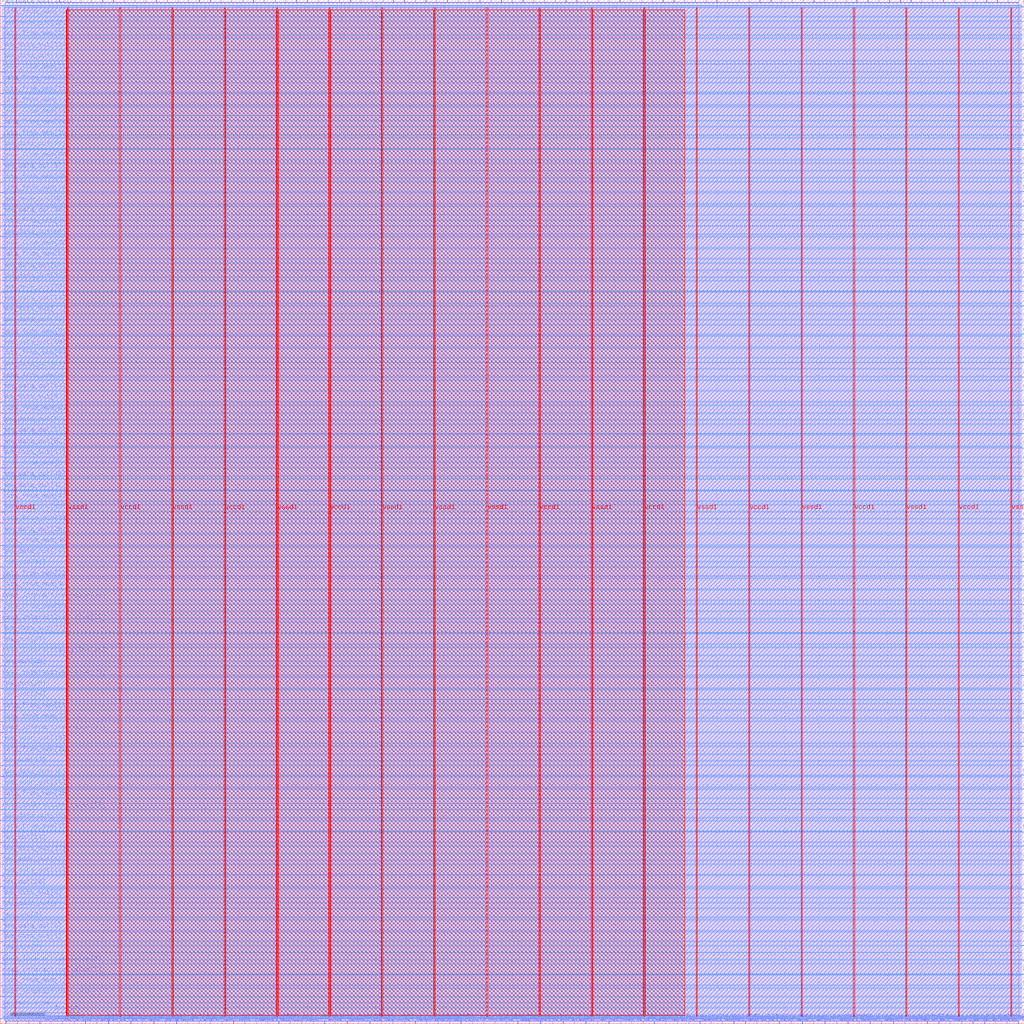
<source format=lef>
VERSION 5.7 ;
  NOWIREEXTENSIONATPIN ON ;
  DIVIDERCHAR "/" ;
  BUSBITCHARS "[]" ;
MACRO core
  CLASS BLOCK ;
  FOREIGN core ;
  ORIGIN 0.000 0.000 ;
  SIZE 1500.000 BY 1500.000 ;
  PIN clk
    DIRECTION INPUT ;
    USE SIGNAL ;
    PORT
      LAYER met2 ;
        RECT 8.370 0.000 8.650 4.000 ;
    END
  END clk
  PIN data_from_mem[0]
    DIRECTION INPUT ;
    USE SIGNAL ;
    PORT
      LAYER met2 ;
        RECT 41.490 0.000 41.770 4.000 ;
    END
  END data_from_mem[0]
  PIN data_from_mem[100]
    DIRECTION INPUT ;
    USE SIGNAL ;
    PORT
      LAYER met2 ;
        RECT 1241.630 0.000 1241.910 4.000 ;
    END
  END data_from_mem[100]
  PIN data_from_mem[101]
    DIRECTION INPUT ;
    USE SIGNAL ;
    PORT
      LAYER met2 ;
        RECT 1274.750 0.000 1275.030 4.000 ;
    END
  END data_from_mem[101]
  PIN data_from_mem[102]
    DIRECTION INPUT ;
    USE SIGNAL ;
    PORT
      LAYER met2 ;
        RECT 1318.450 1496.000 1318.730 1500.000 ;
    END
  END data_from_mem[102]
  PIN data_from_mem[103]
    DIRECTION INPUT ;
    USE SIGNAL ;
    PORT
      LAYER met2 ;
        RECT 1334.090 1496.000 1334.370 1500.000 ;
    END
  END data_from_mem[103]
  PIN data_from_mem[104]
    DIRECTION INPUT ;
    USE SIGNAL ;
    PORT
      LAYER met2 ;
        RECT 1324.890 0.000 1325.170 4.000 ;
    END
  END data_from_mem[104]
  PIN data_from_mem[105]
    DIRECTION INPUT ;
    USE SIGNAL ;
    PORT
      LAYER met3 ;
        RECT 1496.000 1239.000 1500.000 1239.600 ;
    END
  END data_from_mem[105]
  PIN data_from_mem[106]
    DIRECTION INPUT ;
    USE SIGNAL ;
    PORT
      LAYER met2 ;
        RECT 1341.450 0.000 1341.730 4.000 ;
    END
  END data_from_mem[106]
  PIN data_from_mem[107]
    DIRECTION INPUT ;
    USE SIGNAL ;
    PORT
      LAYER met3 ;
        RECT 0.000 1297.480 4.000 1298.080 ;
    END
  END data_from_mem[107]
  PIN data_from_mem[108]
    DIRECTION INPUT ;
    USE SIGNAL ;
    PORT
      LAYER met2 ;
        RECT 1375.030 0.000 1375.310 4.000 ;
    END
  END data_from_mem[108]
  PIN data_from_mem[109]
    DIRECTION INPUT ;
    USE SIGNAL ;
    PORT
      LAYER met3 ;
        RECT 0.000 1313.800 4.000 1314.400 ;
    END
  END data_from_mem[109]
  PIN data_from_mem[10]
    DIRECTION INPUT ;
    USE SIGNAL ;
    PORT
      LAYER met3 ;
        RECT 1496.000 197.240 1500.000 197.840 ;
    END
  END data_from_mem[10]
  PIN data_from_mem[110]
    DIRECTION INPUT ;
    USE SIGNAL ;
    PORT
      LAYER met3 ;
        RECT 0.000 1330.120 4.000 1330.720 ;
    END
  END data_from_mem[110]
  PIN data_from_mem[111]
    DIRECTION INPUT ;
    USE SIGNAL ;
    PORT
      LAYER met2 ;
        RECT 1365.830 1496.000 1366.110 1500.000 ;
    END
  END data_from_mem[111]
  PIN data_from_mem[112]
    DIRECTION INPUT ;
    USE SIGNAL ;
    PORT
      LAYER met3 ;
        RECT 0.000 1345.760 4.000 1346.360 ;
    END
  END data_from_mem[112]
  PIN data_from_mem[113]
    DIRECTION INPUT ;
    USE SIGNAL ;
    PORT
      LAYER met3 ;
        RECT 0.000 1362.080 4.000 1362.680 ;
    END
  END data_from_mem[113]
  PIN data_from_mem[114]
    DIRECTION INPUT ;
    USE SIGNAL ;
    PORT
      LAYER met3 ;
        RECT 0.000 1378.400 4.000 1379.000 ;
    END
  END data_from_mem[114]
  PIN data_from_mem[115]
    DIRECTION INPUT ;
    USE SIGNAL ;
    PORT
      LAYER met3 ;
        RECT 1496.000 1343.040 1500.000 1343.640 ;
    END
  END data_from_mem[115]
  PIN data_from_mem[116]
    DIRECTION INPUT ;
    USE SIGNAL ;
    PORT
      LAYER met3 ;
        RECT 1496.000 1385.200 1500.000 1385.800 ;
    END
  END data_from_mem[116]
  PIN data_from_mem[117]
    DIRECTION INPUT ;
    USE SIGNAL ;
    PORT
      LAYER met3 ;
        RECT 0.000 1394.040 4.000 1394.640 ;
    END
  END data_from_mem[117]
  PIN data_from_mem[118]
    DIRECTION INPUT ;
    USE SIGNAL ;
    PORT
      LAYER met3 ;
        RECT 1496.000 1405.600 1500.000 1406.200 ;
    END
  END data_from_mem[118]
  PIN data_from_mem[119]
    DIRECTION INPUT ;
    USE SIGNAL ;
    PORT
      LAYER met2 ;
        RECT 1441.730 0.000 1442.010 4.000 ;
    END
  END data_from_mem[119]
  PIN data_from_mem[11]
    DIRECTION INPUT ;
    USE SIGNAL ;
    PORT
      LAYER met2 ;
        RECT 324.850 0.000 325.130 4.000 ;
    END
  END data_from_mem[11]
  PIN data_from_mem[120]
    DIRECTION INPUT ;
    USE SIGNAL ;
    PORT
      LAYER met2 ;
        RECT 1428.850 1496.000 1429.130 1500.000 ;
    END
  END data_from_mem[120]
  PIN data_from_mem[121]
    DIRECTION INPUT ;
    USE SIGNAL ;
    PORT
      LAYER met3 ;
        RECT 0.000 1443.000 4.000 1443.600 ;
    END
  END data_from_mem[121]
  PIN data_from_mem[122]
    DIRECTION INPUT ;
    USE SIGNAL ;
    PORT
      LAYER met2 ;
        RECT 1458.290 0.000 1458.570 4.000 ;
    END
  END data_from_mem[122]
  PIN data_from_mem[123]
    DIRECTION INPUT ;
    USE SIGNAL ;
    PORT
      LAYER met3 ;
        RECT 0.000 1474.960 4.000 1475.560 ;
    END
  END data_from_mem[123]
  PIN data_from_mem[124]
    DIRECTION INPUT ;
    USE SIGNAL ;
    PORT
      LAYER met3 ;
        RECT 1496.000 1447.760 1500.000 1448.360 ;
    END
  END data_from_mem[124]
  PIN data_from_mem[125]
    DIRECTION INPUT ;
    USE SIGNAL ;
    PORT
      LAYER met3 ;
        RECT 1496.000 1468.160 1500.000 1468.760 ;
    END
  END data_from_mem[125]
  PIN data_from_mem[126]
    DIRECTION INPUT ;
    USE SIGNAL ;
    PORT
      LAYER met2 ;
        RECT 1460.590 1496.000 1460.870 1500.000 ;
    END
  END data_from_mem[126]
  PIN data_from_mem[127]
    DIRECTION INPUT ;
    USE SIGNAL ;
    PORT
      LAYER met2 ;
        RECT 1476.230 1496.000 1476.510 1500.000 ;
    END
  END data_from_mem[127]
  PIN data_from_mem[12]
    DIRECTION INPUT ;
    USE SIGNAL ;
    PORT
      LAYER met3 ;
        RECT 1496.000 239.400 1500.000 240.000 ;
    END
  END data_from_mem[12]
  PIN data_from_mem[13]
    DIRECTION INPUT ;
    USE SIGNAL ;
    PORT
      LAYER met3 ;
        RECT 1496.000 259.800 1500.000 260.400 ;
    END
  END data_from_mem[13]
  PIN data_from_mem[14]
    DIRECTION INPUT ;
    USE SIGNAL ;
    PORT
      LAYER met2 ;
        RECT 357.970 0.000 358.250 4.000 ;
    END
  END data_from_mem[14]
  PIN data_from_mem[15]
    DIRECTION INPUT ;
    USE SIGNAL ;
    PORT
      LAYER met3 ;
        RECT 0.000 281.560 4.000 282.160 ;
    END
  END data_from_mem[15]
  PIN data_from_mem[16]
    DIRECTION INPUT ;
    USE SIGNAL ;
    PORT
      LAYER met3 ;
        RECT 0.000 329.840 4.000 330.440 ;
    END
  END data_from_mem[16]
  PIN data_from_mem[17]
    DIRECTION INPUT ;
    USE SIGNAL ;
    PORT
      LAYER met3 ;
        RECT 1496.000 343.440 1500.000 344.040 ;
    END
  END data_from_mem[17]
  PIN data_from_mem[18]
    DIRECTION INPUT ;
    USE SIGNAL ;
    PORT
      LAYER met3 ;
        RECT 0.000 394.440 4.000 395.040 ;
    END
  END data_from_mem[18]
  PIN data_from_mem[19]
    DIRECTION INPUT ;
    USE SIGNAL ;
    PORT
      LAYER met2 ;
        RECT 528.630 1496.000 528.910 1500.000 ;
    END
  END data_from_mem[19]
  PIN data_from_mem[1]
    DIRECTION INPUT ;
    USE SIGNAL ;
    PORT
      LAYER met3 ;
        RECT 0.000 55.800 4.000 56.400 ;
    END
  END data_from_mem[1]
  PIN data_from_mem[20]
    DIRECTION INPUT ;
    USE SIGNAL ;
    PORT
      LAYER met2 ;
        RECT 458.250 0.000 458.530 4.000 ;
    END
  END data_from_mem[20]
  PIN data_from_mem[21]
    DIRECTION INPUT ;
    USE SIGNAL ;
    PORT
      LAYER met2 ;
        RECT 592.110 1496.000 592.390 1500.000 ;
    END
  END data_from_mem[21]
  PIN data_from_mem[22]
    DIRECTION INPUT ;
    USE SIGNAL ;
    PORT
      LAYER met3 ;
        RECT 0.000 442.720 4.000 443.320 ;
    END
  END data_from_mem[22]
  PIN data_from_mem[23]
    DIRECTION INPUT ;
    USE SIGNAL ;
    PORT
      LAYER met2 ;
        RECT 558.070 0.000 558.350 4.000 ;
    END
  END data_from_mem[23]
  PIN data_from_mem[24]
    DIRECTION INPUT ;
    USE SIGNAL ;
    PORT
      LAYER met3 ;
        RECT 0.000 459.040 4.000 459.640 ;
    END
  END data_from_mem[24]
  PIN data_from_mem[25]
    DIRECTION INPUT ;
    USE SIGNAL ;
    PORT
      LAYER met2 ;
        RECT 591.650 0.000 591.930 4.000 ;
    END
  END data_from_mem[25]
  PIN data_from_mem[26]
    DIRECTION INPUT ;
    USE SIGNAL ;
    PORT
      LAYER met3 ;
        RECT 1496.000 510.040 1500.000 510.640 ;
    END
  END data_from_mem[26]
  PIN data_from_mem[27]
    DIRECTION INPUT ;
    USE SIGNAL ;
    PORT
      LAYER met2 ;
        RECT 670.770 1496.000 671.050 1500.000 ;
    END
  END data_from_mem[27]
  PIN data_from_mem[28]
    DIRECTION INPUT ;
    USE SIGNAL ;
    PORT
      LAYER met3 ;
        RECT 1496.000 551.520 1500.000 552.120 ;
    END
  END data_from_mem[28]
  PIN data_from_mem[29]
    DIRECTION INPUT ;
    USE SIGNAL ;
    PORT
      LAYER met3 ;
        RECT 0.000 603.880 4.000 604.480 ;
    END
  END data_from_mem[29]
  PIN data_from_mem[2]
    DIRECTION INPUT ;
    USE SIGNAL ;
    PORT
      LAYER met2 ;
        RECT 118.310 1496.000 118.590 1500.000 ;
    END
  END data_from_mem[2]
  PIN data_from_mem[30]
    DIRECTION INPUT ;
    USE SIGNAL ;
    PORT
      LAYER met3 ;
        RECT 0.000 636.520 4.000 637.120 ;
    END
  END data_from_mem[30]
  PIN data_from_mem[31]
    DIRECTION INPUT ;
    USE SIGNAL ;
    PORT
      LAYER met3 ;
        RECT 0.000 652.160 4.000 652.760 ;
    END
  END data_from_mem[31]
  PIN data_from_mem[32]
    DIRECTION INPUT ;
    USE SIGNAL ;
    PORT
      LAYER met2 ;
        RECT 718.150 1496.000 718.430 1500.000 ;
    END
  END data_from_mem[32]
  PIN data_from_mem[33]
    DIRECTION INPUT ;
    USE SIGNAL ;
    PORT
      LAYER met3 ;
        RECT 1496.000 676.640 1500.000 677.240 ;
    END
  END data_from_mem[33]
  PIN data_from_mem[34]
    DIRECTION INPUT ;
    USE SIGNAL ;
    PORT
      LAYER met3 ;
        RECT 1496.000 697.720 1500.000 698.320 ;
    END
  END data_from_mem[34]
  PIN data_from_mem[35]
    DIRECTION INPUT ;
    USE SIGNAL ;
    PORT
      LAYER met2 ;
        RECT 691.470 0.000 691.750 4.000 ;
    END
  END data_from_mem[35]
  PIN data_from_mem[36]
    DIRECTION INPUT ;
    USE SIGNAL ;
    PORT
      LAYER met3 ;
        RECT 0.000 700.440 4.000 701.040 ;
    END
  END data_from_mem[36]
  PIN data_from_mem[37]
    DIRECTION INPUT ;
    USE SIGNAL ;
    PORT
      LAYER met2 ;
        RECT 749.890 1496.000 750.170 1500.000 ;
    END
  END data_from_mem[37]
  PIN data_from_mem[38]
    DIRECTION INPUT ;
    USE SIGNAL ;
    PORT
      LAYER met3 ;
        RECT 0.000 733.080 4.000 733.680 ;
    END
  END data_from_mem[38]
  PIN data_from_mem[39]
    DIRECTION INPUT ;
    USE SIGNAL ;
    PORT
      LAYER met2 ;
        RECT 708.030 0.000 708.310 4.000 ;
    END
  END data_from_mem[39]
  PIN data_from_mem[3]
    DIRECTION INPUT ;
    USE SIGNAL ;
    PORT
      LAYER met2 ;
        RECT 141.310 0.000 141.590 4.000 ;
    END
  END data_from_mem[3]
  PIN data_from_mem[40]
    DIRECTION INPUT ;
    USE SIGNAL ;
    PORT
      LAYER met2 ;
        RECT 765.530 1496.000 765.810 1500.000 ;
    END
  END data_from_mem[40]
  PIN data_from_mem[41]
    DIRECTION INPUT ;
    USE SIGNAL ;
    PORT
      LAYER met2 ;
        RECT 741.610 0.000 741.890 4.000 ;
    END
  END data_from_mem[41]
  PIN data_from_mem[42]
    DIRECTION INPUT ;
    USE SIGNAL ;
    PORT
      LAYER met3 ;
        RECT 0.000 765.040 4.000 765.640 ;
    END
  END data_from_mem[42]
  PIN data_from_mem[43]
    DIRECTION INPUT ;
    USE SIGNAL ;
    PORT
      LAYER met2 ;
        RECT 758.170 0.000 758.450 4.000 ;
    END
  END data_from_mem[43]
  PIN data_from_mem[44]
    DIRECTION INPUT ;
    USE SIGNAL ;
    PORT
      LAYER met3 ;
        RECT 1496.000 780.680 1500.000 781.280 ;
    END
  END data_from_mem[44]
  PIN data_from_mem[45]
    DIRECTION INPUT ;
    USE SIGNAL ;
    PORT
      LAYER met3 ;
        RECT 1496.000 801.760 1500.000 802.360 ;
    END
  END data_from_mem[45]
  PIN data_from_mem[46]
    DIRECTION INPUT ;
    USE SIGNAL ;
    PORT
      LAYER met3 ;
        RECT 1496.000 843.240 1500.000 843.840 ;
    END
  END data_from_mem[46]
  PIN data_from_mem[47]
    DIRECTION INPUT ;
    USE SIGNAL ;
    PORT
      LAYER met2 ;
        RECT 797.270 1496.000 797.550 1500.000 ;
    END
  END data_from_mem[47]
  PIN data_from_mem[48]
    DIRECTION INPUT ;
    USE SIGNAL ;
    PORT
      LAYER met2 ;
        RECT 828.550 1496.000 828.830 1500.000 ;
    END
  END data_from_mem[48]
  PIN data_from_mem[49]
    DIRECTION INPUT ;
    USE SIGNAL ;
    PORT
      LAYER met2 ;
        RECT 860.290 1496.000 860.570 1500.000 ;
    END
  END data_from_mem[49]
  PIN data_from_mem[4]
    DIRECTION INPUT ;
    USE SIGNAL ;
    PORT
      LAYER met2 ;
        RECT 191.450 0.000 191.730 4.000 ;
    END
  END data_from_mem[4]
  PIN data_from_mem[50]
    DIRECTION INPUT ;
    USE SIGNAL ;
    PORT
      LAYER met3 ;
        RECT 0.000 814.000 4.000 814.600 ;
    END
  END data_from_mem[50]
  PIN data_from_mem[51]
    DIRECTION INPUT ;
    USE SIGNAL ;
    PORT
      LAYER met2 ;
        RECT 824.870 0.000 825.150 4.000 ;
    END
  END data_from_mem[51]
  PIN data_from_mem[52]
    DIRECTION INPUT ;
    USE SIGNAL ;
    PORT
      LAYER met2 ;
        RECT 875.930 1496.000 876.210 1500.000 ;
    END
  END data_from_mem[52]
  PIN data_from_mem[53]
    DIRECTION INPUT ;
    USE SIGNAL ;
    PORT
      LAYER met2 ;
        RECT 892.030 1496.000 892.310 1500.000 ;
    END
  END data_from_mem[53]
  PIN data_from_mem[54]
    DIRECTION INPUT ;
    USE SIGNAL ;
    PORT
      LAYER met3 ;
        RECT 1496.000 864.320 1500.000 864.920 ;
    END
  END data_from_mem[54]
  PIN data_from_mem[55]
    DIRECTION INPUT ;
    USE SIGNAL ;
    PORT
      LAYER met2 ;
        RECT 923.310 1496.000 923.590 1500.000 ;
    END
  END data_from_mem[55]
  PIN data_from_mem[56]
    DIRECTION INPUT ;
    USE SIGNAL ;
    PORT
      LAYER met2 ;
        RECT 841.430 0.000 841.710 4.000 ;
    END
  END data_from_mem[56]
  PIN data_from_mem[57]
    DIRECTION INPUT ;
    USE SIGNAL ;
    PORT
      LAYER met2 ;
        RECT 939.410 1496.000 939.690 1500.000 ;
    END
  END data_from_mem[57]
  PIN data_from_mem[58]
    DIRECTION INPUT ;
    USE SIGNAL ;
    PORT
      LAYER met2 ;
        RECT 857.990 0.000 858.270 4.000 ;
    END
  END data_from_mem[58]
  PIN data_from_mem[59]
    DIRECTION INPUT ;
    USE SIGNAL ;
    PORT
      LAYER met2 ;
        RECT 891.570 0.000 891.850 4.000 ;
    END
  END data_from_mem[59]
  PIN data_from_mem[5]
    DIRECTION INPUT ;
    USE SIGNAL ;
    PORT
      LAYER met2 ;
        RECT 181.330 1496.000 181.610 1500.000 ;
    END
  END data_from_mem[5]
  PIN data_from_mem[60]
    DIRECTION INPUT ;
    USE SIGNAL ;
    PORT
      LAYER met2 ;
        RECT 908.130 0.000 908.410 4.000 ;
    END
  END data_from_mem[60]
  PIN data_from_mem[61]
    DIRECTION INPUT ;
    USE SIGNAL ;
    PORT
      LAYER met3 ;
        RECT 1496.000 947.280 1500.000 947.880 ;
    END
  END data_from_mem[61]
  PIN data_from_mem[62]
    DIRECTION INPUT ;
    USE SIGNAL ;
    PORT
      LAYER met2 ;
        RECT 970.690 1496.000 970.970 1500.000 ;
    END
  END data_from_mem[62]
  PIN data_from_mem[63]
    DIRECTION INPUT ;
    USE SIGNAL ;
    PORT
      LAYER met3 ;
        RECT 0.000 894.240 4.000 894.840 ;
    END
  END data_from_mem[63]
  PIN data_from_mem[64]
    DIRECTION INPUT ;
    USE SIGNAL ;
    PORT
      LAYER met2 ;
        RECT 986.790 1496.000 987.070 1500.000 ;
    END
  END data_from_mem[64]
  PIN data_from_mem[65]
    DIRECTION INPUT ;
    USE SIGNAL ;
    PORT
      LAYER met2 ;
        RECT 1002.430 1496.000 1002.710 1500.000 ;
    END
  END data_from_mem[65]
  PIN data_from_mem[66]
    DIRECTION INPUT ;
    USE SIGNAL ;
    PORT
      LAYER met2 ;
        RECT 1034.170 1496.000 1034.450 1500.000 ;
    END
  END data_from_mem[66]
  PIN data_from_mem[67]
    DIRECTION INPUT ;
    USE SIGNAL ;
    PORT
      LAYER met3 ;
        RECT 0.000 942.520 4.000 943.120 ;
    END
  END data_from_mem[67]
  PIN data_from_mem[68]
    DIRECTION INPUT ;
    USE SIGNAL ;
    PORT
      LAYER met3 ;
        RECT 0.000 975.160 4.000 975.760 ;
    END
  END data_from_mem[68]
  PIN data_from_mem[69]
    DIRECTION INPUT ;
    USE SIGNAL ;
    PORT
      LAYER met2 ;
        RECT 958.270 0.000 958.550 4.000 ;
    END
  END data_from_mem[69]
  PIN data_from_mem[6]
    DIRECTION INPUT ;
    USE SIGNAL ;
    PORT
      LAYER met2 ;
        RECT 213.070 1496.000 213.350 1500.000 ;
    END
  END data_from_mem[6]
  PIN data_from_mem[70]
    DIRECTION INPUT ;
    USE SIGNAL ;
    PORT
      LAYER met2 ;
        RECT 974.830 0.000 975.110 4.000 ;
    END
  END data_from_mem[70]
  PIN data_from_mem[71]
    DIRECTION INPUT ;
    USE SIGNAL ;
    PORT
      LAYER met3 ;
        RECT 0.000 1007.120 4.000 1007.720 ;
    END
  END data_from_mem[71]
  PIN data_from_mem[72]
    DIRECTION INPUT ;
    USE SIGNAL ;
    PORT
      LAYER met2 ;
        RECT 1008.410 0.000 1008.690 4.000 ;
    END
  END data_from_mem[72]
  PIN data_from_mem[73]
    DIRECTION INPUT ;
    USE SIGNAL ;
    PORT
      LAYER met3 ;
        RECT 1496.000 968.360 1500.000 968.960 ;
    END
  END data_from_mem[73]
  PIN data_from_mem[74]
    DIRECTION INPUT ;
    USE SIGNAL ;
    PORT
      LAYER met2 ;
        RECT 1097.190 1496.000 1097.470 1500.000 ;
    END
  END data_from_mem[74]
  PIN data_from_mem[75]
    DIRECTION INPUT ;
    USE SIGNAL ;
    PORT
      LAYER met2 ;
        RECT 1112.830 1496.000 1113.110 1500.000 ;
    END
  END data_from_mem[75]
  PIN data_from_mem[76]
    DIRECTION INPUT ;
    USE SIGNAL ;
    PORT
      LAYER met2 ;
        RECT 1041.530 0.000 1041.810 4.000 ;
    END
  END data_from_mem[76]
  PIN data_from_mem[77]
    DIRECTION INPUT ;
    USE SIGNAL ;
    PORT
      LAYER met2 ;
        RECT 1128.930 1496.000 1129.210 1500.000 ;
    END
  END data_from_mem[77]
  PIN data_from_mem[78]
    DIRECTION INPUT ;
    USE SIGNAL ;
    PORT
      LAYER met2 ;
        RECT 1074.650 0.000 1074.930 4.000 ;
    END
  END data_from_mem[78]
  PIN data_from_mem[79]
    DIRECTION INPUT ;
    USE SIGNAL ;
    PORT
      LAYER met2 ;
        RECT 1091.670 0.000 1091.950 4.000 ;
    END
  END data_from_mem[79]
  PIN data_from_mem[7]
    DIRECTION INPUT ;
    USE SIGNAL ;
    PORT
      LAYER met3 ;
        RECT 1496.000 114.280 1500.000 114.880 ;
    END
  END data_from_mem[7]
  PIN data_from_mem[80]
    DIRECTION INPUT ;
    USE SIGNAL ;
    PORT
      LAYER met2 ;
        RECT 1160.210 1496.000 1160.490 1500.000 ;
    END
  END data_from_mem[80]
  PIN data_from_mem[81]
    DIRECTION INPUT ;
    USE SIGNAL ;
    PORT
      LAYER met3 ;
        RECT 0.000 1120.000 4.000 1120.600 ;
    END
  END data_from_mem[81]
  PIN data_from_mem[82]
    DIRECTION INPUT ;
    USE SIGNAL ;
    PORT
      LAYER met3 ;
        RECT 0.000 1136.320 4.000 1136.920 ;
    END
  END data_from_mem[82]
  PIN data_from_mem[83]
    DIRECTION INPUT ;
    USE SIGNAL ;
    PORT
      LAYER met2 ;
        RECT 1141.350 0.000 1141.630 4.000 ;
    END
  END data_from_mem[83]
  PIN data_from_mem[84]
    DIRECTION INPUT ;
    USE SIGNAL ;
    PORT
      LAYER met3 ;
        RECT 1496.000 989.440 1500.000 990.040 ;
    END
  END data_from_mem[84]
  PIN data_from_mem[85]
    DIRECTION INPUT ;
    USE SIGNAL ;
    PORT
      LAYER met3 ;
        RECT 0.000 1168.280 4.000 1168.880 ;
    END
  END data_from_mem[85]
  PIN data_from_mem[86]
    DIRECTION INPUT ;
    USE SIGNAL ;
    PORT
      LAYER met2 ;
        RECT 1174.930 0.000 1175.210 4.000 ;
    END
  END data_from_mem[86]
  PIN data_from_mem[87]
    DIRECTION INPUT ;
    USE SIGNAL ;
    PORT
      LAYER met3 ;
        RECT 1496.000 1030.920 1500.000 1031.520 ;
    END
  END data_from_mem[87]
  PIN data_from_mem[88]
    DIRECTION INPUT ;
    USE SIGNAL ;
    PORT
      LAYER met3 ;
        RECT 1496.000 1051.320 1500.000 1051.920 ;
    END
  END data_from_mem[88]
  PIN data_from_mem[89]
    DIRECTION INPUT ;
    USE SIGNAL ;
    PORT
      LAYER met2 ;
        RECT 1223.690 1496.000 1223.970 1500.000 ;
    END
  END data_from_mem[89]
  PIN data_from_mem[8]
    DIRECTION INPUT ;
    USE SIGNAL ;
    PORT
      LAYER met2 ;
        RECT 274.710 0.000 274.990 4.000 ;
    END
  END data_from_mem[8]
  PIN data_from_mem[90]
    DIRECTION INPUT ;
    USE SIGNAL ;
    PORT
      LAYER met3 ;
        RECT 1496.000 1072.400 1500.000 1073.000 ;
    END
  END data_from_mem[90]
  PIN data_from_mem[91]
    DIRECTION INPUT ;
    USE SIGNAL ;
    PORT
      LAYER met3 ;
        RECT 1496.000 1093.480 1500.000 1094.080 ;
    END
  END data_from_mem[91]
  PIN data_from_mem[92]
    DIRECTION INPUT ;
    USE SIGNAL ;
    PORT
      LAYER met2 ;
        RECT 1208.050 0.000 1208.330 4.000 ;
    END
  END data_from_mem[92]
  PIN data_from_mem[93]
    DIRECTION INPUT ;
    USE SIGNAL ;
    PORT
      LAYER met3 ;
        RECT 1496.000 1113.880 1500.000 1114.480 ;
    END
  END data_from_mem[93]
  PIN data_from_mem[94]
    DIRECTION INPUT ;
    USE SIGNAL ;
    PORT
      LAYER met3 ;
        RECT 0.000 1217.240 4.000 1217.840 ;
    END
  END data_from_mem[94]
  PIN data_from_mem[95]
    DIRECTION INPUT ;
    USE SIGNAL ;
    PORT
      LAYER met3 ;
        RECT 1496.000 1134.960 1500.000 1135.560 ;
    END
  END data_from_mem[95]
  PIN data_from_mem[96]
    DIRECTION INPUT ;
    USE SIGNAL ;
    PORT
      LAYER met3 ;
        RECT 0.000 1232.880 4.000 1233.480 ;
    END
  END data_from_mem[96]
  PIN data_from_mem[97]
    DIRECTION INPUT ;
    USE SIGNAL ;
    PORT
      LAYER met3 ;
        RECT 1496.000 1156.040 1500.000 1156.640 ;
    END
  END data_from_mem[97]
  PIN data_from_mem[98]
    DIRECTION INPUT ;
    USE SIGNAL ;
    PORT
      LAYER met3 ;
        RECT 1496.000 1176.440 1500.000 1177.040 ;
    END
  END data_from_mem[98]
  PIN data_from_mem[99]
    DIRECTION INPUT ;
    USE SIGNAL ;
    PORT
      LAYER met3 ;
        RECT 0.000 1265.520 4.000 1266.120 ;
    END
  END data_from_mem[99]
  PIN data_from_mem[9]
    DIRECTION INPUT ;
    USE SIGNAL ;
    PORT
      LAYER met3 ;
        RECT 1496.000 176.840 1500.000 177.440 ;
    END
  END data_from_mem[9]
  PIN hex_out[0]
    DIRECTION OUTPUT TRISTATE ;
    USE SIGNAL ;
    PORT
      LAYER met2 ;
        RECT 58.050 0.000 58.330 4.000 ;
    END
  END hex_out[0]
  PIN hex_out[10]
    DIRECTION OUTPUT TRISTATE ;
    USE SIGNAL ;
    PORT
      LAYER met3 ;
        RECT 0.000 200.640 4.000 201.240 ;
    END
  END hex_out[10]
  PIN hex_out[11]
    DIRECTION OUTPUT TRISTATE ;
    USE SIGNAL ;
    PORT
      LAYER met2 ;
        RECT 370.850 1496.000 371.130 1500.000 ;
    END
  END hex_out[11]
  PIN hex_out[12]
    DIRECTION OUTPUT TRISTATE ;
    USE SIGNAL ;
    PORT
      LAYER met2 ;
        RECT 402.590 1496.000 402.870 1500.000 ;
    END
  END hex_out[12]
  PIN hex_out[13]
    DIRECTION OUTPUT TRISTATE ;
    USE SIGNAL ;
    PORT
      LAYER met3 ;
        RECT 1496.000 280.880 1500.000 281.480 ;
    END
  END hex_out[13]
  PIN hex_out[14]
    DIRECTION OUTPUT TRISTATE ;
    USE SIGNAL ;
    PORT
      LAYER met3 ;
        RECT 0.000 265.240 4.000 265.840 ;
    END
  END hex_out[14]
  PIN hex_out[15]
    DIRECTION OUTPUT TRISTATE ;
    USE SIGNAL ;
    PORT
      LAYER met2 ;
        RECT 374.990 0.000 375.270 4.000 ;
    END
  END hex_out[15]
  PIN hex_out[16]
    DIRECTION OUTPUT TRISTATE ;
    USE SIGNAL ;
    PORT
      LAYER met2 ;
        RECT 497.350 1496.000 497.630 1500.000 ;
    END
  END hex_out[16]
  PIN hex_out[17]
    DIRECTION OUTPUT TRISTATE ;
    USE SIGNAL ;
    PORT
      LAYER met3 ;
        RECT 0.000 378.120 4.000 378.720 ;
    END
  END hex_out[17]
  PIN hex_out[18]
    DIRECTION OUTPUT TRISTATE ;
    USE SIGNAL ;
    PORT
      LAYER met3 ;
        RECT 1496.000 406.000 1500.000 406.600 ;
    END
  END hex_out[18]
  PIN hex_out[19]
    DIRECTION OUTPUT TRISTATE ;
    USE SIGNAL ;
    PORT
      LAYER met2 ;
        RECT 544.730 1496.000 545.010 1500.000 ;
    END
  END hex_out[19]
  PIN hex_out[1]
    DIRECTION OUTPUT TRISTATE ;
    USE SIGNAL ;
    PORT
      LAYER met3 ;
        RECT 1496.000 10.240 1500.000 10.840 ;
    END
  END hex_out[1]
  PIN hex_out[20]
    DIRECTION OUTPUT TRISTATE ;
    USE SIGNAL ;
    PORT
      LAYER met2 ;
        RECT 576.010 1496.000 576.290 1500.000 ;
    END
  END hex_out[20]
  PIN hex_out[21]
    DIRECTION OUTPUT TRISTATE ;
    USE SIGNAL ;
    PORT
      LAYER met2 ;
        RECT 508.390 0.000 508.670 4.000 ;
    END
  END hex_out[21]
  PIN hex_out[22]
    DIRECTION OUTPUT TRISTATE ;
    USE SIGNAL ;
    PORT
      LAYER met2 ;
        RECT 607.750 1496.000 608.030 1500.000 ;
    END
  END hex_out[22]
  PIN hex_out[23]
    DIRECTION OUTPUT TRISTATE ;
    USE SIGNAL ;
    PORT
      LAYER met3 ;
        RECT 1496.000 447.480 1500.000 448.080 ;
    END
  END hex_out[23]
  PIN hex_out[24]
    DIRECTION OUTPUT TRISTATE ;
    USE SIGNAL ;
    PORT
      LAYER met3 ;
        RECT 0.000 474.680 4.000 475.280 ;
    END
  END hex_out[24]
  PIN hex_out[25]
    DIRECTION OUTPUT TRISTATE ;
    USE SIGNAL ;
    PORT
      LAYER met3 ;
        RECT 0.000 491.000 4.000 491.600 ;
    END
  END hex_out[25]
  PIN hex_out[26]
    DIRECTION OUTPUT TRISTATE ;
    USE SIGNAL ;
    PORT
      LAYER met3 ;
        RECT 0.000 523.640 4.000 524.240 ;
    END
  END hex_out[26]
  PIN hex_out[27]
    DIRECTION OUTPUT TRISTATE ;
    USE SIGNAL ;
    PORT
      LAYER met3 ;
        RECT 0.000 555.600 4.000 556.200 ;
    END
  END hex_out[27]
  PIN hex_out[28]
    DIRECTION OUTPUT TRISTATE ;
    USE SIGNAL ;
    PORT
      LAYER met3 ;
        RECT 1496.000 572.600 1500.000 573.200 ;
    END
  END hex_out[28]
  PIN hex_out[29]
    DIRECTION OUTPUT TRISTATE ;
    USE SIGNAL ;
    PORT
      LAYER met2 ;
        RECT 624.770 0.000 625.050 4.000 ;
    END
  END hex_out[29]
  PIN hex_out[2]
    DIRECTION OUTPUT TRISTATE ;
    USE SIGNAL ;
    PORT
      LAYER met2 ;
        RECT 133.950 1496.000 134.230 1500.000 ;
    END
  END hex_out[2]
  PIN hex_out[30]
    DIRECTION OUTPUT TRISTATE ;
    USE SIGNAL ;
    PORT
      LAYER met2 ;
        RECT 702.510 1496.000 702.790 1500.000 ;
    END
  END hex_out[30]
  PIN hex_out[31]
    DIRECTION OUTPUT TRISTATE ;
    USE SIGNAL ;
    PORT
      LAYER met3 ;
        RECT 0.000 668.480 4.000 669.080 ;
    END
  END hex_out[31]
  PIN hex_out[3]
    DIRECTION OUTPUT TRISTATE ;
    USE SIGNAL ;
    PORT
      LAYER met3 ;
        RECT 1496.000 51.720 1500.000 52.320 ;
    END
  END hex_out[3]
  PIN hex_out[4]
    DIRECTION OUTPUT TRISTATE ;
    USE SIGNAL ;
    PORT
      LAYER met3 ;
        RECT 1496.000 72.120 1500.000 72.720 ;
    END
  END hex_out[4]
  PIN hex_out[5]
    DIRECTION OUTPUT TRISTATE ;
    USE SIGNAL ;
    PORT
      LAYER met3 ;
        RECT 0.000 104.080 4.000 104.680 ;
    END
  END hex_out[5]
  PIN hex_out[6]
    DIRECTION OUTPUT TRISTATE ;
    USE SIGNAL ;
    PORT
      LAYER met2 ;
        RECT 228.710 1496.000 228.990 1500.000 ;
    END
  END hex_out[6]
  PIN hex_out[7]
    DIRECTION OUTPUT TRISTATE ;
    USE SIGNAL ;
    PORT
      LAYER met2 ;
        RECT 260.450 1496.000 260.730 1500.000 ;
    END
  END hex_out[7]
  PIN hex_out[8]
    DIRECTION OUTPUT TRISTATE ;
    USE SIGNAL ;
    PORT
      LAYER met3 ;
        RECT 0.000 152.360 4.000 152.960 ;
    END
  END hex_out[8]
  PIN hex_out[9]
    DIRECTION OUTPUT TRISTATE ;
    USE SIGNAL ;
    PORT
      LAYER met2 ;
        RECT 307.830 1496.000 308.110 1500.000 ;
    END
  END hex_out[9]
  PIN hex_req
    DIRECTION OUTPUT TRISTATE ;
    USE SIGNAL ;
    PORT
      LAYER met2 ;
        RECT 39.190 1496.000 39.470 1500.000 ;
    END
  END hex_req
  PIN is_mem_ready
    DIRECTION INPUT ;
    USE SIGNAL ;
    PORT
      LAYER met3 ;
        RECT 0.000 7.520 4.000 8.120 ;
    END
  END is_mem_ready
  PIN is_mem_req
    DIRECTION OUTPUT TRISTATE ;
    USE SIGNAL ;
    PORT
      LAYER met2 ;
        RECT 70.930 1496.000 71.210 1500.000 ;
    END
  END is_mem_req
  PIN is_mem_req_reset
    DIRECTION OUTPUT TRISTATE ;
    USE SIGNAL ;
    PORT
      LAYER met2 ;
        RECT 86.570 1496.000 86.850 1500.000 ;
    END
  END is_mem_req_reset
  PIN is_memory_we
    DIRECTION OUTPUT TRISTATE ;
    USE SIGNAL ;
    PORT
      LAYER met3 ;
        RECT 0.000 23.160 4.000 23.760 ;
    END
  END is_memory_we
  PIN is_print_done
    DIRECTION INPUT ;
    USE SIGNAL ;
    PORT
      LAYER met2 ;
        RECT 54.830 1496.000 55.110 1500.000 ;
    END
  END is_print_done
  PIN mem_addr_out[0]
    DIRECTION OUTPUT TRISTATE ;
    USE SIGNAL ;
    PORT
      LAYER met2 ;
        RECT 74.610 0.000 74.890 4.000 ;
    END
  END mem_addr_out[0]
  PIN mem_addr_out[10]
    DIRECTION OUTPUT TRISTATE ;
    USE SIGNAL ;
    PORT
      LAYER met2 ;
        RECT 308.290 0.000 308.570 4.000 ;
    END
  END mem_addr_out[10]
  PIN mem_addr_out[11]
    DIRECTION OUTPUT TRISTATE ;
    USE SIGNAL ;
    PORT
      LAYER met2 ;
        RECT 386.490 1496.000 386.770 1500.000 ;
    END
  END mem_addr_out[11]
  PIN mem_addr_out[12]
    DIRECTION OUTPUT TRISTATE ;
    USE SIGNAL ;
    PORT
      LAYER met2 ;
        RECT 418.230 1496.000 418.510 1500.000 ;
    END
  END mem_addr_out[12]
  PIN mem_addr_out[13]
    DIRECTION OUTPUT TRISTATE ;
    USE SIGNAL ;
    PORT
      LAYER met3 ;
        RECT 0.000 233.280 4.000 233.880 ;
    END
  END mem_addr_out[13]
  PIN mem_addr_out[14]
    DIRECTION OUTPUT TRISTATE ;
    USE SIGNAL ;
    PORT
      LAYER met2 ;
        RECT 449.970 1496.000 450.250 1500.000 ;
    END
  END mem_addr_out[14]
  PIN mem_addr_out[15]
    DIRECTION OUTPUT TRISTATE ;
    USE SIGNAL ;
    PORT
      LAYER met2 ;
        RECT 481.250 1496.000 481.530 1500.000 ;
    END
  END mem_addr_out[15]
  PIN mem_addr_out[16]
    DIRECTION OUTPUT TRISTATE ;
    USE SIGNAL ;
    PORT
      LAYER met3 ;
        RECT 0.000 346.160 4.000 346.760 ;
    END
  END mem_addr_out[16]
  PIN mem_addr_out[17]
    DIRECTION OUTPUT TRISTATE ;
    USE SIGNAL ;
    PORT
      LAYER met3 ;
        RECT 1496.000 363.840 1500.000 364.440 ;
    END
  END mem_addr_out[17]
  PIN mem_addr_out[18]
    DIRECTION OUTPUT TRISTATE ;
    USE SIGNAL ;
    PORT
      LAYER met3 ;
        RECT 0.000 410.760 4.000 411.360 ;
    END
  END mem_addr_out[18]
  PIN mem_addr_out[19]
    DIRECTION OUTPUT TRISTATE ;
    USE SIGNAL ;
    PORT
      LAYER met2 ;
        RECT 441.690 0.000 441.970 4.000 ;
    END
  END mem_addr_out[19]
  PIN mem_addr_out[1]
    DIRECTION OUTPUT TRISTATE ;
    USE SIGNAL ;
    PORT
      LAYER met2 ;
        RECT 102.210 1496.000 102.490 1500.000 ;
    END
  END mem_addr_out[1]
  PIN mem_addr_out[2]
    DIRECTION OUTPUT TRISTATE ;
    USE SIGNAL ;
    PORT
      LAYER met3 ;
        RECT 1496.000 30.640 1500.000 31.240 ;
    END
  END mem_addr_out[2]
  PIN mem_addr_out[3]
    DIRECTION OUTPUT TRISTATE ;
    USE SIGNAL ;
    PORT
      LAYER met2 ;
        RECT 158.330 0.000 158.610 4.000 ;
    END
  END mem_addr_out[3]
  PIN mem_addr_out[4]
    DIRECTION OUTPUT TRISTATE ;
    USE SIGNAL ;
    PORT
      LAYER met2 ;
        RECT 165.690 1496.000 165.970 1500.000 ;
    END
  END mem_addr_out[4]
  PIN mem_addr_out[5]
    DIRECTION OUTPUT TRISTATE ;
    USE SIGNAL ;
    PORT
      LAYER met2 ;
        RECT 225.030 0.000 225.310 4.000 ;
    END
  END mem_addr_out[5]
  PIN mem_addr_out[6]
    DIRECTION OUTPUT TRISTATE ;
    USE SIGNAL ;
    PORT
      LAYER met2 ;
        RECT 244.350 1496.000 244.630 1500.000 ;
    END
  END mem_addr_out[6]
  PIN mem_addr_out[7]
    DIRECTION OUTPUT TRISTATE ;
    USE SIGNAL ;
    PORT
      LAYER met2 ;
        RECT 258.150 0.000 258.430 4.000 ;
    END
  END mem_addr_out[7]
  PIN mem_addr_out[8]
    DIRECTION OUTPUT TRISTATE ;
    USE SIGNAL ;
    PORT
      LAYER met3 ;
        RECT 0.000 168.680 4.000 169.280 ;
    END
  END mem_addr_out[8]
  PIN mem_addr_out[9]
    DIRECTION OUTPUT TRISTATE ;
    USE SIGNAL ;
    PORT
      LAYER met2 ;
        RECT 323.470 1496.000 323.750 1500.000 ;
    END
  END mem_addr_out[9]
  PIN mem_data_out[0]
    DIRECTION OUTPUT TRISTATE ;
    USE SIGNAL ;
    PORT
      LAYER met2 ;
        RECT 91.630 0.000 91.910 4.000 ;
    END
  END mem_data_out[0]
  PIN mem_data_out[100]
    DIRECTION OUTPUT TRISTATE ;
    USE SIGNAL ;
    PORT
      LAYER met2 ;
        RECT 1258.190 0.000 1258.470 4.000 ;
    END
  END mem_data_out[100]
  PIN mem_data_out[101]
    DIRECTION OUTPUT TRISTATE ;
    USE SIGNAL ;
    PORT
      LAYER met3 ;
        RECT 1496.000 1197.520 1500.000 1198.120 ;
    END
  END mem_data_out[101]
  PIN mem_data_out[102]
    DIRECTION OUTPUT TRISTATE ;
    USE SIGNAL ;
    PORT
      LAYER met2 ;
        RECT 1291.310 0.000 1291.590 4.000 ;
    END
  END mem_data_out[102]
  PIN mem_data_out[103]
    DIRECTION OUTPUT TRISTATE ;
    USE SIGNAL ;
    PORT
      LAYER met2 ;
        RECT 1308.330 0.000 1308.610 4.000 ;
    END
  END mem_data_out[103]
  PIN mem_data_out[104]
    DIRECTION OUTPUT TRISTATE ;
    USE SIGNAL ;
    PORT
      LAYER met3 ;
        RECT 1496.000 1218.600 1500.000 1219.200 ;
    END
  END mem_data_out[104]
  PIN mem_data_out[105]
    DIRECTION OUTPUT TRISTATE ;
    USE SIGNAL ;
    PORT
      LAYER met3 ;
        RECT 1496.000 1260.080 1500.000 1260.680 ;
    END
  END mem_data_out[105]
  PIN mem_data_out[106]
    DIRECTION OUTPUT TRISTATE ;
    USE SIGNAL ;
    PORT
      LAYER met3 ;
        RECT 1496.000 1280.480 1500.000 1281.080 ;
    END
  END mem_data_out[106]
  PIN mem_data_out[107]
    DIRECTION OUTPUT TRISTATE ;
    USE SIGNAL ;
    PORT
      LAYER met2 ;
        RECT 1358.010 0.000 1358.290 4.000 ;
    END
  END mem_data_out[107]
  PIN mem_data_out[108]
    DIRECTION OUTPUT TRISTATE ;
    USE SIGNAL ;
    PORT
      LAYER met2 ;
        RECT 1349.730 1496.000 1350.010 1500.000 ;
    END
  END mem_data_out[108]
  PIN mem_data_out[109]
    DIRECTION OUTPUT TRISTATE ;
    USE SIGNAL ;
    PORT
      LAYER met2 ;
        RECT 1391.590 0.000 1391.870 4.000 ;
    END
  END mem_data_out[109]
  PIN mem_data_out[10]
    DIRECTION OUTPUT TRISTATE ;
    USE SIGNAL ;
    PORT
      LAYER met2 ;
        RECT 339.110 1496.000 339.390 1500.000 ;
    END
  END mem_data_out[10]
  PIN mem_data_out[110]
    DIRECTION OUTPUT TRISTATE ;
    USE SIGNAL ;
    PORT
      LAYER met3 ;
        RECT 1496.000 1301.560 1500.000 1302.160 ;
    END
  END mem_data_out[110]
  PIN mem_data_out[111]
    DIRECTION OUTPUT TRISTATE ;
    USE SIGNAL ;
    PORT
      LAYER met2 ;
        RECT 1381.470 1496.000 1381.750 1500.000 ;
    END
  END mem_data_out[111]
  PIN mem_data_out[112]
    DIRECTION OUTPUT TRISTATE ;
    USE SIGNAL ;
    PORT
      LAYER met2 ;
        RECT 1397.110 1496.000 1397.390 1500.000 ;
    END
  END mem_data_out[112]
  PIN mem_data_out[113]
    DIRECTION OUTPUT TRISTATE ;
    USE SIGNAL ;
    PORT
      LAYER met3 ;
        RECT 1496.000 1322.640 1500.000 1323.240 ;
    END
  END mem_data_out[113]
  PIN mem_data_out[114]
    DIRECTION OUTPUT TRISTATE ;
    USE SIGNAL ;
    PORT
      LAYER met2 ;
        RECT 1408.150 0.000 1408.430 4.000 ;
    END
  END mem_data_out[114]
  PIN mem_data_out[115]
    DIRECTION OUTPUT TRISTATE ;
    USE SIGNAL ;
    PORT
      LAYER met3 ;
        RECT 1496.000 1364.120 1500.000 1364.720 ;
    END
  END mem_data_out[115]
  PIN mem_data_out[116]
    DIRECTION OUTPUT TRISTATE ;
    USE SIGNAL ;
    PORT
      LAYER met2 ;
        RECT 1424.710 0.000 1424.990 4.000 ;
    END
  END mem_data_out[116]
  PIN mem_data_out[117]
    DIRECTION OUTPUT TRISTATE ;
    USE SIGNAL ;
    PORT
      LAYER met2 ;
        RECT 1413.210 1496.000 1413.490 1500.000 ;
    END
  END mem_data_out[117]
  PIN mem_data_out[118]
    DIRECTION OUTPUT TRISTATE ;
    USE SIGNAL ;
    PORT
      LAYER met3 ;
        RECT 0.000 1410.360 4.000 1410.960 ;
    END
  END mem_data_out[118]
  PIN mem_data_out[119]
    DIRECTION OUTPUT TRISTATE ;
    USE SIGNAL ;
    PORT
      LAYER met3 ;
        RECT 0.000 1426.680 4.000 1427.280 ;
    END
  END mem_data_out[119]
  PIN mem_data_out[11]
    DIRECTION OUTPUT TRISTATE ;
    USE SIGNAL ;
    PORT
      LAYER met3 ;
        RECT 0.000 216.960 4.000 217.560 ;
    END
  END mem_data_out[11]
  PIN mem_data_out[120]
    DIRECTION OUTPUT TRISTATE ;
    USE SIGNAL ;
    PORT
      LAYER met2 ;
        RECT 1444.490 1496.000 1444.770 1500.000 ;
    END
  END mem_data_out[120]
  PIN mem_data_out[121]
    DIRECTION OUTPUT TRISTATE ;
    USE SIGNAL ;
    PORT
      LAYER met3 ;
        RECT 0.000 1458.640 4.000 1459.240 ;
    END
  END mem_data_out[121]
  PIN mem_data_out[122]
    DIRECTION OUTPUT TRISTATE ;
    USE SIGNAL ;
    PORT
      LAYER met3 ;
        RECT 1496.000 1426.680 1500.000 1427.280 ;
    END
  END mem_data_out[122]
  PIN mem_data_out[123]
    DIRECTION OUTPUT TRISTATE ;
    USE SIGNAL ;
    PORT
      LAYER met3 ;
        RECT 0.000 1491.280 4.000 1491.880 ;
    END
  END mem_data_out[123]
  PIN mem_data_out[124]
    DIRECTION OUTPUT TRISTATE ;
    USE SIGNAL ;
    PORT
      LAYER met2 ;
        RECT 1474.850 0.000 1475.130 4.000 ;
    END
  END mem_data_out[124]
  PIN mem_data_out[125]
    DIRECTION OUTPUT TRISTATE ;
    USE SIGNAL ;
    PORT
      LAYER met3 ;
        RECT 1496.000 1489.240 1500.000 1489.840 ;
    END
  END mem_data_out[125]
  PIN mem_data_out[126]
    DIRECTION OUTPUT TRISTATE ;
    USE SIGNAL ;
    PORT
      LAYER met2 ;
        RECT 1491.410 0.000 1491.690 4.000 ;
    END
  END mem_data_out[126]
  PIN mem_data_out[127]
    DIRECTION OUTPUT TRISTATE ;
    USE SIGNAL ;
    PORT
      LAYER met2 ;
        RECT 1491.870 1496.000 1492.150 1500.000 ;
    END
  END mem_data_out[127]
  PIN mem_data_out[12]
    DIRECTION OUTPUT TRISTATE ;
    USE SIGNAL ;
    PORT
      LAYER met2 ;
        RECT 341.410 0.000 341.690 4.000 ;
    END
  END mem_data_out[12]
  PIN mem_data_out[13]
    DIRECTION OUTPUT TRISTATE ;
    USE SIGNAL ;
    PORT
      LAYER met3 ;
        RECT 0.000 248.920 4.000 249.520 ;
    END
  END mem_data_out[13]
  PIN mem_data_out[14]
    DIRECTION OUTPUT TRISTATE ;
    USE SIGNAL ;
    PORT
      LAYER met2 ;
        RECT 465.610 1496.000 465.890 1500.000 ;
    END
  END mem_data_out[14]
  PIN mem_data_out[15]
    DIRECTION OUTPUT TRISTATE ;
    USE SIGNAL ;
    PORT
      LAYER met3 ;
        RECT 0.000 297.200 4.000 297.800 ;
    END
  END mem_data_out[15]
  PIN mem_data_out[16]
    DIRECTION OUTPUT TRISTATE ;
    USE SIGNAL ;
    PORT
      LAYER met3 ;
        RECT 0.000 361.800 4.000 362.400 ;
    END
  END mem_data_out[16]
  PIN mem_data_out[17]
    DIRECTION OUTPUT TRISTATE ;
    USE SIGNAL ;
    PORT
      LAYER met2 ;
        RECT 391.550 0.000 391.830 4.000 ;
    END
  END mem_data_out[17]
  PIN mem_data_out[18]
    DIRECTION OUTPUT TRISTATE ;
    USE SIGNAL ;
    PORT
      LAYER met2 ;
        RECT 408.110 0.000 408.390 4.000 ;
    END
  END mem_data_out[18]
  PIN mem_data_out[19]
    DIRECTION OUTPUT TRISTATE ;
    USE SIGNAL ;
    PORT
      LAYER met3 ;
        RECT 1496.000 426.400 1500.000 427.000 ;
    END
  END mem_data_out[19]
  PIN mem_data_out[1]
    DIRECTION OUTPUT TRISTATE ;
    USE SIGNAL ;
    PORT
      LAYER met2 ;
        RECT 108.190 0.000 108.470 4.000 ;
    END
  END mem_data_out[1]
  PIN mem_data_out[20]
    DIRECTION OUTPUT TRISTATE ;
    USE SIGNAL ;
    PORT
      LAYER met2 ;
        RECT 474.810 0.000 475.090 4.000 ;
    END
  END mem_data_out[20]
  PIN mem_data_out[21]
    DIRECTION OUTPUT TRISTATE ;
    USE SIGNAL ;
    PORT
      LAYER met2 ;
        RECT 524.950 0.000 525.230 4.000 ;
    END
  END mem_data_out[21]
  PIN mem_data_out[22]
    DIRECTION OUTPUT TRISTATE ;
    USE SIGNAL ;
    PORT
      LAYER met2 ;
        RECT 623.390 1496.000 623.670 1500.000 ;
    END
  END mem_data_out[22]
  PIN mem_data_out[23]
    DIRECTION OUTPUT TRISTATE ;
    USE SIGNAL ;
    PORT
      LAYER met2 ;
        RECT 639.490 1496.000 639.770 1500.000 ;
    END
  END mem_data_out[23]
  PIN mem_data_out[24]
    DIRECTION OUTPUT TRISTATE ;
    USE SIGNAL ;
    PORT
      LAYER met2 ;
        RECT 574.630 0.000 574.910 4.000 ;
    END
  END mem_data_out[24]
  PIN mem_data_out[25]
    DIRECTION OUTPUT TRISTATE ;
    USE SIGNAL ;
    PORT
      LAYER met3 ;
        RECT 1496.000 488.960 1500.000 489.560 ;
    END
  END mem_data_out[25]
  PIN mem_data_out[26]
    DIRECTION OUTPUT TRISTATE ;
    USE SIGNAL ;
    PORT
      LAYER met2 ;
        RECT 608.210 0.000 608.490 4.000 ;
    END
  END mem_data_out[26]
  PIN mem_data_out[27]
    DIRECTION OUTPUT TRISTATE ;
    USE SIGNAL ;
    PORT
      LAYER met3 ;
        RECT 0.000 571.920 4.000 572.520 ;
    END
  END mem_data_out[27]
  PIN mem_data_out[28]
    DIRECTION OUTPUT TRISTATE ;
    USE SIGNAL ;
    PORT
      LAYER met2 ;
        RECT 686.870 1496.000 687.150 1500.000 ;
    END
  END mem_data_out[28]
  PIN mem_data_out[29]
    DIRECTION OUTPUT TRISTATE ;
    USE SIGNAL ;
    PORT
      LAYER met3 ;
        RECT 1496.000 593.000 1500.000 593.600 ;
    END
  END mem_data_out[29]
  PIN mem_data_out[2]
    DIRECTION OUTPUT TRISTATE ;
    USE SIGNAL ;
    PORT
      LAYER met2 ;
        RECT 149.590 1496.000 149.870 1500.000 ;
    END
  END mem_data_out[2]
  PIN mem_data_out[30]
    DIRECTION OUTPUT TRISTATE ;
    USE SIGNAL ;
    PORT
      LAYER met3 ;
        RECT 1496.000 614.080 1500.000 614.680 ;
    END
  END mem_data_out[30]
  PIN mem_data_out[31]
    DIRECTION OUTPUT TRISTATE ;
    USE SIGNAL ;
    PORT
      LAYER met3 ;
        RECT 1496.000 635.160 1500.000 635.760 ;
    END
  END mem_data_out[31]
  PIN mem_data_out[32]
    DIRECTION OUTPUT TRISTATE ;
    USE SIGNAL ;
    PORT
      LAYER met2 ;
        RECT 658.350 0.000 658.630 4.000 ;
    END
  END mem_data_out[32]
  PIN mem_data_out[33]
    DIRECTION OUTPUT TRISTATE ;
    USE SIGNAL ;
    PORT
      LAYER met2 ;
        RECT 674.910 0.000 675.190 4.000 ;
    END
  END mem_data_out[33]
  PIN mem_data_out[34]
    DIRECTION OUTPUT TRISTATE ;
    USE SIGNAL ;
    PORT
      LAYER met3 ;
        RECT 0.000 684.800 4.000 685.400 ;
    END
  END mem_data_out[34]
  PIN mem_data_out[35]
    DIRECTION OUTPUT TRISTATE ;
    USE SIGNAL ;
    PORT
      LAYER met2 ;
        RECT 734.250 1496.000 734.530 1500.000 ;
    END
  END mem_data_out[35]
  PIN mem_data_out[36]
    DIRECTION OUTPUT TRISTATE ;
    USE SIGNAL ;
    PORT
      LAYER met3 ;
        RECT 0.000 716.760 4.000 717.360 ;
    END
  END mem_data_out[36]
  PIN mem_data_out[37]
    DIRECTION OUTPUT TRISTATE ;
    USE SIGNAL ;
    PORT
      LAYER met3 ;
        RECT 1496.000 718.120 1500.000 718.720 ;
    END
  END mem_data_out[37]
  PIN mem_data_out[38]
    DIRECTION OUTPUT TRISTATE ;
    USE SIGNAL ;
    PORT
      LAYER met3 ;
        RECT 0.000 749.400 4.000 750.000 ;
    END
  END mem_data_out[38]
  PIN mem_data_out[39]
    DIRECTION OUTPUT TRISTATE ;
    USE SIGNAL ;
    PORT
      LAYER met3 ;
        RECT 1496.000 739.200 1500.000 739.800 ;
    END
  END mem_data_out[39]
  PIN mem_data_out[3]
    DIRECTION OUTPUT TRISTATE ;
    USE SIGNAL ;
    PORT
      LAYER met2 ;
        RECT 174.890 0.000 175.170 4.000 ;
    END
  END mem_data_out[3]
  PIN mem_data_out[40]
    DIRECTION OUTPUT TRISTATE ;
    USE SIGNAL ;
    PORT
      LAYER met2 ;
        RECT 725.050 0.000 725.330 4.000 ;
    END
  END mem_data_out[40]
  PIN mem_data_out[41]
    DIRECTION OUTPUT TRISTATE ;
    USE SIGNAL ;
    PORT
      LAYER met2 ;
        RECT 781.170 1496.000 781.450 1500.000 ;
    END
  END mem_data_out[41]
  PIN mem_data_out[42]
    DIRECTION OUTPUT TRISTATE ;
    USE SIGNAL ;
    PORT
      LAYER met3 ;
        RECT 0.000 781.360 4.000 781.960 ;
    END
  END mem_data_out[42]
  PIN mem_data_out[43]
    DIRECTION OUTPUT TRISTATE ;
    USE SIGNAL ;
    PORT
      LAYER met3 ;
        RECT 1496.000 760.280 1500.000 760.880 ;
    END
  END mem_data_out[43]
  PIN mem_data_out[44]
    DIRECTION OUTPUT TRISTATE ;
    USE SIGNAL ;
    PORT
      LAYER met2 ;
        RECT 774.730 0.000 775.010 4.000 ;
    END
  END mem_data_out[44]
  PIN mem_data_out[45]
    DIRECTION OUTPUT TRISTATE ;
    USE SIGNAL ;
    PORT
      LAYER met3 ;
        RECT 1496.000 822.160 1500.000 822.760 ;
    END
  END mem_data_out[45]
  PIN mem_data_out[46]
    DIRECTION OUTPUT TRISTATE ;
    USE SIGNAL ;
    PORT
      LAYER met2 ;
        RECT 791.290 0.000 791.570 4.000 ;
    END
  END mem_data_out[46]
  PIN mem_data_out[47]
    DIRECTION OUTPUT TRISTATE ;
    USE SIGNAL ;
    PORT
      LAYER met2 ;
        RECT 812.910 1496.000 813.190 1500.000 ;
    END
  END mem_data_out[47]
  PIN mem_data_out[48]
    DIRECTION OUTPUT TRISTATE ;
    USE SIGNAL ;
    PORT
      LAYER met2 ;
        RECT 844.650 1496.000 844.930 1500.000 ;
    END
  END mem_data_out[48]
  PIN mem_data_out[49]
    DIRECTION OUTPUT TRISTATE ;
    USE SIGNAL ;
    PORT
      LAYER met3 ;
        RECT 0.000 797.680 4.000 798.280 ;
    END
  END mem_data_out[49]
  PIN mem_data_out[4]
    DIRECTION OUTPUT TRISTATE ;
    USE SIGNAL ;
    PORT
      LAYER met2 ;
        RECT 208.010 0.000 208.290 4.000 ;
    END
  END mem_data_out[4]
  PIN mem_data_out[50]
    DIRECTION OUTPUT TRISTATE ;
    USE SIGNAL ;
    PORT
      LAYER met2 ;
        RECT 808.310 0.000 808.590 4.000 ;
    END
  END mem_data_out[50]
  PIN mem_data_out[51]
    DIRECTION OUTPUT TRISTATE ;
    USE SIGNAL ;
    PORT
      LAYER met3 ;
        RECT 0.000 829.640 4.000 830.240 ;
    END
  END mem_data_out[51]
  PIN mem_data_out[52]
    DIRECTION OUTPUT TRISTATE ;
    USE SIGNAL ;
    PORT
      LAYER met3 ;
        RECT 0.000 845.960 4.000 846.560 ;
    END
  END mem_data_out[52]
  PIN mem_data_out[53]
    DIRECTION OUTPUT TRISTATE ;
    USE SIGNAL ;
    PORT
      LAYER met2 ;
        RECT 907.670 1496.000 907.950 1500.000 ;
    END
  END mem_data_out[53]
  PIN mem_data_out[54]
    DIRECTION OUTPUT TRISTATE ;
    USE SIGNAL ;
    PORT
      LAYER met3 ;
        RECT 1496.000 884.720 1500.000 885.320 ;
    END
  END mem_data_out[54]
  PIN mem_data_out[55]
    DIRECTION OUTPUT TRISTATE ;
    USE SIGNAL ;
    PORT
      LAYER met3 ;
        RECT 1496.000 905.800 1500.000 906.400 ;
    END
  END mem_data_out[55]
  PIN mem_data_out[56]
    DIRECTION OUTPUT TRISTATE ;
    USE SIGNAL ;
    PORT
      LAYER met3 ;
        RECT 1496.000 926.880 1500.000 927.480 ;
    END
  END mem_data_out[56]
  PIN mem_data_out[57]
    DIRECTION OUTPUT TRISTATE ;
    USE SIGNAL ;
    PORT
      LAYER met3 ;
        RECT 0.000 862.280 4.000 862.880 ;
    END
  END mem_data_out[57]
  PIN mem_data_out[58]
    DIRECTION OUTPUT TRISTATE ;
    USE SIGNAL ;
    PORT
      LAYER met2 ;
        RECT 875.010 0.000 875.290 4.000 ;
    END
  END mem_data_out[58]
  PIN mem_data_out[59]
    DIRECTION OUTPUT TRISTATE ;
    USE SIGNAL ;
    PORT
      LAYER met3 ;
        RECT 0.000 877.920 4.000 878.520 ;
    END
  END mem_data_out[59]
  PIN mem_data_out[5]
    DIRECTION OUTPUT TRISTATE ;
    USE SIGNAL ;
    PORT
      LAYER met3 ;
        RECT 0.000 120.400 4.000 121.000 ;
    END
  END mem_data_out[5]
  PIN mem_data_out[60]
    DIRECTION OUTPUT TRISTATE ;
    USE SIGNAL ;
    PORT
      LAYER met2 ;
        RECT 924.690 0.000 924.970 4.000 ;
    END
  END mem_data_out[60]
  PIN mem_data_out[61]
    DIRECTION OUTPUT TRISTATE ;
    USE SIGNAL ;
    PORT
      LAYER met2 ;
        RECT 955.050 1496.000 955.330 1500.000 ;
    END
  END mem_data_out[61]
  PIN mem_data_out[62]
    DIRECTION OUTPUT TRISTATE ;
    USE SIGNAL ;
    PORT
      LAYER met2 ;
        RECT 941.710 0.000 941.990 4.000 ;
    END
  END mem_data_out[62]
  PIN mem_data_out[63]
    DIRECTION OUTPUT TRISTATE ;
    USE SIGNAL ;
    PORT
      LAYER met3 ;
        RECT 0.000 910.560 4.000 911.160 ;
    END
  END mem_data_out[63]
  PIN mem_data_out[64]
    DIRECTION OUTPUT TRISTATE ;
    USE SIGNAL ;
    PORT
      LAYER met3 ;
        RECT 0.000 926.880 4.000 927.480 ;
    END
  END mem_data_out[64]
  PIN mem_data_out[65]
    DIRECTION OUTPUT TRISTATE ;
    USE SIGNAL ;
    PORT
      LAYER met2 ;
        RECT 1018.070 1496.000 1018.350 1500.000 ;
    END
  END mem_data_out[65]
  PIN mem_data_out[66]
    DIRECTION OUTPUT TRISTATE ;
    USE SIGNAL ;
    PORT
      LAYER met2 ;
        RECT 1049.810 1496.000 1050.090 1500.000 ;
    END
  END mem_data_out[66]
  PIN mem_data_out[67]
    DIRECTION OUTPUT TRISTATE ;
    USE SIGNAL ;
    PORT
      LAYER met3 ;
        RECT 0.000 958.840 4.000 959.440 ;
    END
  END mem_data_out[67]
  PIN mem_data_out[68]
    DIRECTION OUTPUT TRISTATE ;
    USE SIGNAL ;
    PORT
      LAYER met3 ;
        RECT 0.000 990.800 4.000 991.400 ;
    END
  END mem_data_out[68]
  PIN mem_data_out[69]
    DIRECTION OUTPUT TRISTATE ;
    USE SIGNAL ;
    PORT
      LAYER met2 ;
        RECT 1065.450 1496.000 1065.730 1500.000 ;
    END
  END mem_data_out[69]
  PIN mem_data_out[6]
    DIRECTION OUTPUT TRISTATE ;
    USE SIGNAL ;
    PORT
      LAYER met3 ;
        RECT 0.000 136.040 4.000 136.640 ;
    END
  END mem_data_out[6]
  PIN mem_data_out[70]
    DIRECTION OUTPUT TRISTATE ;
    USE SIGNAL ;
    PORT
      LAYER met2 ;
        RECT 991.390 0.000 991.670 4.000 ;
    END
  END mem_data_out[70]
  PIN mem_data_out[71]
    DIRECTION OUTPUT TRISTATE ;
    USE SIGNAL ;
    PORT
      LAYER met2 ;
        RECT 1081.550 1496.000 1081.830 1500.000 ;
    END
  END mem_data_out[71]
  PIN mem_data_out[72]
    DIRECTION OUTPUT TRISTATE ;
    USE SIGNAL ;
    PORT
      LAYER met3 ;
        RECT 0.000 1023.440 4.000 1024.040 ;
    END
  END mem_data_out[72]
  PIN mem_data_out[73]
    DIRECTION OUTPUT TRISTATE ;
    USE SIGNAL ;
    PORT
      LAYER met3 ;
        RECT 0.000 1039.760 4.000 1040.360 ;
    END
  END mem_data_out[73]
  PIN mem_data_out[74]
    DIRECTION OUTPUT TRISTATE ;
    USE SIGNAL ;
    PORT
      LAYER met3 ;
        RECT 0.000 1055.400 4.000 1056.000 ;
    END
  END mem_data_out[74]
  PIN mem_data_out[75]
    DIRECTION OUTPUT TRISTATE ;
    USE SIGNAL ;
    PORT
      LAYER met2 ;
        RECT 1024.970 0.000 1025.250 4.000 ;
    END
  END mem_data_out[75]
  PIN mem_data_out[76]
    DIRECTION OUTPUT TRISTATE ;
    USE SIGNAL ;
    PORT
      LAYER met3 ;
        RECT 0.000 1071.720 4.000 1072.320 ;
    END
  END mem_data_out[76]
  PIN mem_data_out[77]
    DIRECTION OUTPUT TRISTATE ;
    USE SIGNAL ;
    PORT
      LAYER met2 ;
        RECT 1058.090 0.000 1058.370 4.000 ;
    END
  END mem_data_out[77]
  PIN mem_data_out[78]
    DIRECTION OUTPUT TRISTATE ;
    USE SIGNAL ;
    PORT
      LAYER met2 ;
        RECT 1144.570 1496.000 1144.850 1500.000 ;
    END
  END mem_data_out[78]
  PIN mem_data_out[79]
    DIRECTION OUTPUT TRISTATE ;
    USE SIGNAL ;
    PORT
      LAYER met3 ;
        RECT 0.000 1088.040 4.000 1088.640 ;
    END
  END mem_data_out[79]
  PIN mem_data_out[7]
    DIRECTION OUTPUT TRISTATE ;
    USE SIGNAL ;
    PORT
      LAYER met3 ;
        RECT 1496.000 134.680 1500.000 135.280 ;
    END
  END mem_data_out[7]
  PIN mem_data_out[80]
    DIRECTION OUTPUT TRISTATE ;
    USE SIGNAL ;
    PORT
      LAYER met3 ;
        RECT 0.000 1103.680 4.000 1104.280 ;
    END
  END mem_data_out[80]
  PIN mem_data_out[81]
    DIRECTION OUTPUT TRISTATE ;
    USE SIGNAL ;
    PORT
      LAYER met2 ;
        RECT 1108.230 0.000 1108.510 4.000 ;
    END
  END mem_data_out[81]
  PIN mem_data_out[82]
    DIRECTION OUTPUT TRISTATE ;
    USE SIGNAL ;
    PORT
      LAYER met2 ;
        RECT 1124.790 0.000 1125.070 4.000 ;
    END
  END mem_data_out[82]
  PIN mem_data_out[83]
    DIRECTION OUTPUT TRISTATE ;
    USE SIGNAL ;
    PORT
      LAYER met2 ;
        RECT 1158.370 0.000 1158.650 4.000 ;
    END
  END mem_data_out[83]
  PIN mem_data_out[84]
    DIRECTION OUTPUT TRISTATE ;
    USE SIGNAL ;
    PORT
      LAYER met3 ;
        RECT 0.000 1152.640 4.000 1153.240 ;
    END
  END mem_data_out[84]
  PIN mem_data_out[85]
    DIRECTION OUTPUT TRISTATE ;
    USE SIGNAL ;
    PORT
      LAYER met3 ;
        RECT 1496.000 1009.840 1500.000 1010.440 ;
    END
  END mem_data_out[85]
  PIN mem_data_out[86]
    DIRECTION OUTPUT TRISTATE ;
    USE SIGNAL ;
    PORT
      LAYER met2 ;
        RECT 1176.310 1496.000 1176.590 1500.000 ;
    END
  END mem_data_out[86]
  PIN mem_data_out[87]
    DIRECTION OUTPUT TRISTATE ;
    USE SIGNAL ;
    PORT
      LAYER met2 ;
        RECT 1191.950 1496.000 1192.230 1500.000 ;
    END
  END mem_data_out[87]
  PIN mem_data_out[88]
    DIRECTION OUTPUT TRISTATE ;
    USE SIGNAL ;
    PORT
      LAYER met2 ;
        RECT 1207.590 1496.000 1207.870 1500.000 ;
    END
  END mem_data_out[88]
  PIN mem_data_out[89]
    DIRECTION OUTPUT TRISTATE ;
    USE SIGNAL ;
    PORT
      LAYER met2 ;
        RECT 1191.490 0.000 1191.770 4.000 ;
    END
  END mem_data_out[89]
  PIN mem_data_out[8]
    DIRECTION OUTPUT TRISTATE ;
    USE SIGNAL ;
    PORT
      LAYER met2 ;
        RECT 276.090 1496.000 276.370 1500.000 ;
    END
  END mem_data_out[8]
  PIN mem_data_out[90]
    DIRECTION OUTPUT TRISTATE ;
    USE SIGNAL ;
    PORT
      LAYER met3 ;
        RECT 0.000 1184.600 4.000 1185.200 ;
    END
  END mem_data_out[90]
  PIN mem_data_out[91]
    DIRECTION OUTPUT TRISTATE ;
    USE SIGNAL ;
    PORT
      LAYER met2 ;
        RECT 1239.330 1496.000 1239.610 1500.000 ;
    END
  END mem_data_out[91]
  PIN mem_data_out[92]
    DIRECTION OUTPUT TRISTATE ;
    USE SIGNAL ;
    PORT
      LAYER met3 ;
        RECT 0.000 1200.920 4.000 1201.520 ;
    END
  END mem_data_out[92]
  PIN mem_data_out[93]
    DIRECTION OUTPUT TRISTATE ;
    USE SIGNAL ;
    PORT
      LAYER met2 ;
        RECT 1254.970 1496.000 1255.250 1500.000 ;
    END
  END mem_data_out[93]
  PIN mem_data_out[94]
    DIRECTION OUTPUT TRISTATE ;
    USE SIGNAL ;
    PORT
      LAYER met2 ;
        RECT 1271.070 1496.000 1271.350 1500.000 ;
    END
  END mem_data_out[94]
  PIN mem_data_out[95]
    DIRECTION OUTPUT TRISTATE ;
    USE SIGNAL ;
    PORT
      LAYER met2 ;
        RECT 1286.710 1496.000 1286.990 1500.000 ;
    END
  END mem_data_out[95]
  PIN mem_data_out[96]
    DIRECTION OUTPUT TRISTATE ;
    USE SIGNAL ;
    PORT
      LAYER met2 ;
        RECT 1302.350 1496.000 1302.630 1500.000 ;
    END
  END mem_data_out[96]
  PIN mem_data_out[97]
    DIRECTION OUTPUT TRISTATE ;
    USE SIGNAL ;
    PORT
      LAYER met3 ;
        RECT 0.000 1249.200 4.000 1249.800 ;
    END
  END mem_data_out[97]
  PIN mem_data_out[98]
    DIRECTION OUTPUT TRISTATE ;
    USE SIGNAL ;
    PORT
      LAYER met2 ;
        RECT 1225.070 0.000 1225.350 4.000 ;
    END
  END mem_data_out[98]
  PIN mem_data_out[99]
    DIRECTION OUTPUT TRISTATE ;
    USE SIGNAL ;
    PORT
      LAYER met3 ;
        RECT 0.000 1281.160 4.000 1281.760 ;
    END
  END mem_data_out[99]
  PIN mem_data_out[9]
    DIRECTION OUTPUT TRISTATE ;
    USE SIGNAL ;
    PORT
      LAYER met3 ;
        RECT 0.000 184.320 4.000 184.920 ;
    END
  END mem_data_out[9]
  PIN read_interactive_ready
    DIRECTION INPUT ;
    USE SIGNAL ;
    PORT
      LAYER met2 ;
        RECT 7.910 1496.000 8.190 1500.000 ;
    END
  END read_interactive_ready
  PIN read_interactive_req
    DIRECTION OUTPUT TRISTATE ;
    USE SIGNAL ;
    PORT
      LAYER met2 ;
        RECT 23.550 1496.000 23.830 1500.000 ;
    END
  END read_interactive_req
  PIN read_interactive_value[0]
    DIRECTION INPUT ;
    USE SIGNAL ;
    PORT
      LAYER met3 ;
        RECT 0.000 39.480 4.000 40.080 ;
    END
  END read_interactive_value[0]
  PIN read_interactive_value[10]
    DIRECTION INPUT ;
    USE SIGNAL ;
    PORT
      LAYER met2 ;
        RECT 355.210 1496.000 355.490 1500.000 ;
    END
  END read_interactive_value[10]
  PIN read_interactive_value[11]
    DIRECTION INPUT ;
    USE SIGNAL ;
    PORT
      LAYER met3 ;
        RECT 1496.000 218.320 1500.000 218.920 ;
    END
  END read_interactive_value[11]
  PIN read_interactive_value[12]
    DIRECTION INPUT ;
    USE SIGNAL ;
    PORT
      LAYER met2 ;
        RECT 433.870 1496.000 434.150 1500.000 ;
    END
  END read_interactive_value[12]
  PIN read_interactive_value[13]
    DIRECTION INPUT ;
    USE SIGNAL ;
    PORT
      LAYER met3 ;
        RECT 1496.000 301.280 1500.000 301.880 ;
    END
  END read_interactive_value[13]
  PIN read_interactive_value[14]
    DIRECTION INPUT ;
    USE SIGNAL ;
    PORT
      LAYER met3 ;
        RECT 1496.000 322.360 1500.000 322.960 ;
    END
  END read_interactive_value[14]
  PIN read_interactive_value[15]
    DIRECTION INPUT ;
    USE SIGNAL ;
    PORT
      LAYER met3 ;
        RECT 0.000 313.520 4.000 314.120 ;
    END
  END read_interactive_value[15]
  PIN read_interactive_value[16]
    DIRECTION INPUT ;
    USE SIGNAL ;
    PORT
      LAYER met2 ;
        RECT 512.990 1496.000 513.270 1500.000 ;
    END
  END read_interactive_value[16]
  PIN read_interactive_value[17]
    DIRECTION INPUT ;
    USE SIGNAL ;
    PORT
      LAYER met3 ;
        RECT 1496.000 384.920 1500.000 385.520 ;
    END
  END read_interactive_value[17]
  PIN read_interactive_value[18]
    DIRECTION INPUT ;
    USE SIGNAL ;
    PORT
      LAYER met2 ;
        RECT 424.670 0.000 424.950 4.000 ;
    END
  END read_interactive_value[18]
  PIN read_interactive_value[19]
    DIRECTION INPUT ;
    USE SIGNAL ;
    PORT
      LAYER met2 ;
        RECT 560.370 1496.000 560.650 1500.000 ;
    END
  END read_interactive_value[19]
  PIN read_interactive_value[1]
    DIRECTION INPUT ;
    USE SIGNAL ;
    PORT
      LAYER met2 ;
        RECT 124.750 0.000 125.030 4.000 ;
    END
  END read_interactive_value[1]
  PIN read_interactive_value[20]
    DIRECTION INPUT ;
    USE SIGNAL ;
    PORT
      LAYER met2 ;
        RECT 491.370 0.000 491.650 4.000 ;
    END
  END read_interactive_value[20]
  PIN read_interactive_value[21]
    DIRECTION INPUT ;
    USE SIGNAL ;
    PORT
      LAYER met3 ;
        RECT 0.000 426.400 4.000 427.000 ;
    END
  END read_interactive_value[21]
  PIN read_interactive_value[22]
    DIRECTION INPUT ;
    USE SIGNAL ;
    PORT
      LAYER met2 ;
        RECT 541.510 0.000 541.790 4.000 ;
    END
  END read_interactive_value[22]
  PIN read_interactive_value[23]
    DIRECTION INPUT ;
    USE SIGNAL ;
    PORT
      LAYER met2 ;
        RECT 655.130 1496.000 655.410 1500.000 ;
    END
  END read_interactive_value[23]
  PIN read_interactive_value[24]
    DIRECTION INPUT ;
    USE SIGNAL ;
    PORT
      LAYER met3 ;
        RECT 1496.000 468.560 1500.000 469.160 ;
    END
  END read_interactive_value[24]
  PIN read_interactive_value[25]
    DIRECTION INPUT ;
    USE SIGNAL ;
    PORT
      LAYER met3 ;
        RECT 0.000 507.320 4.000 507.920 ;
    END
  END read_interactive_value[25]
  PIN read_interactive_value[26]
    DIRECTION INPUT ;
    USE SIGNAL ;
    PORT
      LAYER met3 ;
        RECT 0.000 539.280 4.000 539.880 ;
    END
  END read_interactive_value[26]
  PIN read_interactive_value[27]
    DIRECTION INPUT ;
    USE SIGNAL ;
    PORT
      LAYER met3 ;
        RECT 1496.000 530.440 1500.000 531.040 ;
    END
  END read_interactive_value[27]
  PIN read_interactive_value[28]
    DIRECTION INPUT ;
    USE SIGNAL ;
    PORT
      LAYER met3 ;
        RECT 0.000 587.560 4.000 588.160 ;
    END
  END read_interactive_value[28]
  PIN read_interactive_value[29]
    DIRECTION INPUT ;
    USE SIGNAL ;
    PORT
      LAYER met3 ;
        RECT 0.000 620.200 4.000 620.800 ;
    END
  END read_interactive_value[29]
  PIN read_interactive_value[2]
    DIRECTION INPUT ;
    USE SIGNAL ;
    PORT
      LAYER met3 ;
        RECT 0.000 71.440 4.000 72.040 ;
    END
  END read_interactive_value[2]
  PIN read_interactive_value[30]
    DIRECTION INPUT ;
    USE SIGNAL ;
    PORT
      LAYER met2 ;
        RECT 641.330 0.000 641.610 4.000 ;
    END
  END read_interactive_value[30]
  PIN read_interactive_value[31]
    DIRECTION INPUT ;
    USE SIGNAL ;
    PORT
      LAYER met3 ;
        RECT 1496.000 655.560 1500.000 656.160 ;
    END
  END read_interactive_value[31]
  PIN read_interactive_value[3]
    DIRECTION INPUT ;
    USE SIGNAL ;
    PORT
      LAYER met3 ;
        RECT 0.000 87.760 4.000 88.360 ;
    END
  END read_interactive_value[3]
  PIN read_interactive_value[4]
    DIRECTION INPUT ;
    USE SIGNAL ;
    PORT
      LAYER met3 ;
        RECT 1496.000 93.200 1500.000 93.800 ;
    END
  END read_interactive_value[4]
  PIN read_interactive_value[5]
    DIRECTION INPUT ;
    USE SIGNAL ;
    PORT
      LAYER met2 ;
        RECT 196.970 1496.000 197.250 1500.000 ;
    END
  END read_interactive_value[5]
  PIN read_interactive_value[6]
    DIRECTION INPUT ;
    USE SIGNAL ;
    PORT
      LAYER met2 ;
        RECT 241.590 0.000 241.870 4.000 ;
    END
  END read_interactive_value[6]
  PIN read_interactive_value[7]
    DIRECTION INPUT ;
    USE SIGNAL ;
    PORT
      LAYER met3 ;
        RECT 1496.000 155.760 1500.000 156.360 ;
    END
  END read_interactive_value[7]
  PIN read_interactive_value[8]
    DIRECTION INPUT ;
    USE SIGNAL ;
    PORT
      LAYER met2 ;
        RECT 291.730 1496.000 292.010 1500.000 ;
    END
  END read_interactive_value[8]
  PIN read_interactive_value[9]
    DIRECTION INPUT ;
    USE SIGNAL ;
    PORT
      LAYER met2 ;
        RECT 291.270 0.000 291.550 4.000 ;
    END
  END read_interactive_value[9]
  PIN rst
    DIRECTION INPUT ;
    USE SIGNAL ;
    PORT
      LAYER met2 ;
        RECT 24.930 0.000 25.210 4.000 ;
    END
  END rst
  PIN vccd1
    DIRECTION INPUT ;
    USE POWER ;
    PORT
      LAYER met4 ;
        RECT 21.040 10.640 22.640 1488.080 ;
    END
    PORT
      LAYER met4 ;
        RECT 174.640 10.640 176.240 1488.080 ;
    END
    PORT
      LAYER met4 ;
        RECT 328.240 10.640 329.840 1488.080 ;
    END
    PORT
      LAYER met4 ;
        RECT 481.840 10.640 483.440 1488.080 ;
    END
    PORT
      LAYER met4 ;
        RECT 635.440 10.640 637.040 1488.080 ;
    END
    PORT
      LAYER met4 ;
        RECT 789.040 10.640 790.640 1488.080 ;
    END
    PORT
      LAYER met4 ;
        RECT 942.640 10.640 944.240 1488.080 ;
    END
    PORT
      LAYER met4 ;
        RECT 1096.240 10.640 1097.840 1488.080 ;
    END
    PORT
      LAYER met4 ;
        RECT 1249.840 10.640 1251.440 1488.080 ;
    END
    PORT
      LAYER met4 ;
        RECT 1403.440 10.640 1405.040 1488.080 ;
    END
  END vccd1
  PIN vssd1
    DIRECTION INPUT ;
    USE GROUND ;
    PORT
      LAYER met4 ;
        RECT 97.840 10.640 99.440 1488.080 ;
    END
    PORT
      LAYER met4 ;
        RECT 251.440 10.640 253.040 1488.080 ;
    END
    PORT
      LAYER met4 ;
        RECT 405.040 10.640 406.640 1488.080 ;
    END
    PORT
      LAYER met4 ;
        RECT 558.640 10.640 560.240 1488.080 ;
    END
    PORT
      LAYER met4 ;
        RECT 712.240 10.640 713.840 1488.080 ;
    END
    PORT
      LAYER met4 ;
        RECT 865.840 10.640 867.440 1488.080 ;
    END
    PORT
      LAYER met4 ;
        RECT 1019.440 10.640 1021.040 1488.080 ;
    END
    PORT
      LAYER met4 ;
        RECT 1173.040 10.640 1174.640 1488.080 ;
    END
    PORT
      LAYER met4 ;
        RECT 1326.640 10.640 1328.240 1488.080 ;
    END
    PORT
      LAYER met4 ;
        RECT 1480.240 10.640 1481.840 1488.080 ;
    END
  END vssd1
  OBS
      LAYER li1 ;
        RECT 5.520 6.885 1494.080 1487.925 ;
      LAYER met1 ;
        RECT 5.520 6.840 1494.080 1489.160 ;
      LAYER met2 ;
        RECT 6.990 1495.720 7.630 1496.410 ;
        RECT 8.470 1495.720 23.270 1496.410 ;
        RECT 24.110 1495.720 38.910 1496.410 ;
        RECT 39.750 1495.720 54.550 1496.410 ;
        RECT 55.390 1495.720 70.650 1496.410 ;
        RECT 71.490 1495.720 86.290 1496.410 ;
        RECT 87.130 1495.720 101.930 1496.410 ;
        RECT 102.770 1495.720 118.030 1496.410 ;
        RECT 118.870 1495.720 133.670 1496.410 ;
        RECT 134.510 1495.720 149.310 1496.410 ;
        RECT 150.150 1495.720 165.410 1496.410 ;
        RECT 166.250 1495.720 181.050 1496.410 ;
        RECT 181.890 1495.720 196.690 1496.410 ;
        RECT 197.530 1495.720 212.790 1496.410 ;
        RECT 213.630 1495.720 228.430 1496.410 ;
        RECT 229.270 1495.720 244.070 1496.410 ;
        RECT 244.910 1495.720 260.170 1496.410 ;
        RECT 261.010 1495.720 275.810 1496.410 ;
        RECT 276.650 1495.720 291.450 1496.410 ;
        RECT 292.290 1495.720 307.550 1496.410 ;
        RECT 308.390 1495.720 323.190 1496.410 ;
        RECT 324.030 1495.720 338.830 1496.410 ;
        RECT 339.670 1495.720 354.930 1496.410 ;
        RECT 355.770 1495.720 370.570 1496.410 ;
        RECT 371.410 1495.720 386.210 1496.410 ;
        RECT 387.050 1495.720 402.310 1496.410 ;
        RECT 403.150 1495.720 417.950 1496.410 ;
        RECT 418.790 1495.720 433.590 1496.410 ;
        RECT 434.430 1495.720 449.690 1496.410 ;
        RECT 450.530 1495.720 465.330 1496.410 ;
        RECT 466.170 1495.720 480.970 1496.410 ;
        RECT 481.810 1495.720 497.070 1496.410 ;
        RECT 497.910 1495.720 512.710 1496.410 ;
        RECT 513.550 1495.720 528.350 1496.410 ;
        RECT 529.190 1495.720 544.450 1496.410 ;
        RECT 545.290 1495.720 560.090 1496.410 ;
        RECT 560.930 1495.720 575.730 1496.410 ;
        RECT 576.570 1495.720 591.830 1496.410 ;
        RECT 592.670 1495.720 607.470 1496.410 ;
        RECT 608.310 1495.720 623.110 1496.410 ;
        RECT 623.950 1495.720 639.210 1496.410 ;
        RECT 640.050 1495.720 654.850 1496.410 ;
        RECT 655.690 1495.720 670.490 1496.410 ;
        RECT 671.330 1495.720 686.590 1496.410 ;
        RECT 687.430 1495.720 702.230 1496.410 ;
        RECT 703.070 1495.720 717.870 1496.410 ;
        RECT 718.710 1495.720 733.970 1496.410 ;
        RECT 734.810 1495.720 749.610 1496.410 ;
        RECT 750.450 1495.720 765.250 1496.410 ;
        RECT 766.090 1495.720 780.890 1496.410 ;
        RECT 781.730 1495.720 796.990 1496.410 ;
        RECT 797.830 1495.720 812.630 1496.410 ;
        RECT 813.470 1495.720 828.270 1496.410 ;
        RECT 829.110 1495.720 844.370 1496.410 ;
        RECT 845.210 1495.720 860.010 1496.410 ;
        RECT 860.850 1495.720 875.650 1496.410 ;
        RECT 876.490 1495.720 891.750 1496.410 ;
        RECT 892.590 1495.720 907.390 1496.410 ;
        RECT 908.230 1495.720 923.030 1496.410 ;
        RECT 923.870 1495.720 939.130 1496.410 ;
        RECT 939.970 1495.720 954.770 1496.410 ;
        RECT 955.610 1495.720 970.410 1496.410 ;
        RECT 971.250 1495.720 986.510 1496.410 ;
        RECT 987.350 1495.720 1002.150 1496.410 ;
        RECT 1002.990 1495.720 1017.790 1496.410 ;
        RECT 1018.630 1495.720 1033.890 1496.410 ;
        RECT 1034.730 1495.720 1049.530 1496.410 ;
        RECT 1050.370 1495.720 1065.170 1496.410 ;
        RECT 1066.010 1495.720 1081.270 1496.410 ;
        RECT 1082.110 1495.720 1096.910 1496.410 ;
        RECT 1097.750 1495.720 1112.550 1496.410 ;
        RECT 1113.390 1495.720 1128.650 1496.410 ;
        RECT 1129.490 1495.720 1144.290 1496.410 ;
        RECT 1145.130 1495.720 1159.930 1496.410 ;
        RECT 1160.770 1495.720 1176.030 1496.410 ;
        RECT 1176.870 1495.720 1191.670 1496.410 ;
        RECT 1192.510 1495.720 1207.310 1496.410 ;
        RECT 1208.150 1495.720 1223.410 1496.410 ;
        RECT 1224.250 1495.720 1239.050 1496.410 ;
        RECT 1239.890 1495.720 1254.690 1496.410 ;
        RECT 1255.530 1495.720 1270.790 1496.410 ;
        RECT 1271.630 1495.720 1286.430 1496.410 ;
        RECT 1287.270 1495.720 1302.070 1496.410 ;
        RECT 1302.910 1495.720 1318.170 1496.410 ;
        RECT 1319.010 1495.720 1333.810 1496.410 ;
        RECT 1334.650 1495.720 1349.450 1496.410 ;
        RECT 1350.290 1495.720 1365.550 1496.410 ;
        RECT 1366.390 1495.720 1381.190 1496.410 ;
        RECT 1382.030 1495.720 1396.830 1496.410 ;
        RECT 1397.670 1495.720 1412.930 1496.410 ;
        RECT 1413.770 1495.720 1428.570 1496.410 ;
        RECT 1429.410 1495.720 1444.210 1496.410 ;
        RECT 1445.050 1495.720 1460.310 1496.410 ;
        RECT 1461.150 1495.720 1475.950 1496.410 ;
        RECT 1476.790 1495.720 1491.590 1496.410 ;
        RECT 6.990 4.280 1492.140 1495.720 ;
        RECT 6.990 3.670 8.090 4.280 ;
        RECT 8.930 3.670 24.650 4.280 ;
        RECT 25.490 3.670 41.210 4.280 ;
        RECT 42.050 3.670 57.770 4.280 ;
        RECT 58.610 3.670 74.330 4.280 ;
        RECT 75.170 3.670 91.350 4.280 ;
        RECT 92.190 3.670 107.910 4.280 ;
        RECT 108.750 3.670 124.470 4.280 ;
        RECT 125.310 3.670 141.030 4.280 ;
        RECT 141.870 3.670 158.050 4.280 ;
        RECT 158.890 3.670 174.610 4.280 ;
        RECT 175.450 3.670 191.170 4.280 ;
        RECT 192.010 3.670 207.730 4.280 ;
        RECT 208.570 3.670 224.750 4.280 ;
        RECT 225.590 3.670 241.310 4.280 ;
        RECT 242.150 3.670 257.870 4.280 ;
        RECT 258.710 3.670 274.430 4.280 ;
        RECT 275.270 3.670 290.990 4.280 ;
        RECT 291.830 3.670 308.010 4.280 ;
        RECT 308.850 3.670 324.570 4.280 ;
        RECT 325.410 3.670 341.130 4.280 ;
        RECT 341.970 3.670 357.690 4.280 ;
        RECT 358.530 3.670 374.710 4.280 ;
        RECT 375.550 3.670 391.270 4.280 ;
        RECT 392.110 3.670 407.830 4.280 ;
        RECT 408.670 3.670 424.390 4.280 ;
        RECT 425.230 3.670 441.410 4.280 ;
        RECT 442.250 3.670 457.970 4.280 ;
        RECT 458.810 3.670 474.530 4.280 ;
        RECT 475.370 3.670 491.090 4.280 ;
        RECT 491.930 3.670 508.110 4.280 ;
        RECT 508.950 3.670 524.670 4.280 ;
        RECT 525.510 3.670 541.230 4.280 ;
        RECT 542.070 3.670 557.790 4.280 ;
        RECT 558.630 3.670 574.350 4.280 ;
        RECT 575.190 3.670 591.370 4.280 ;
        RECT 592.210 3.670 607.930 4.280 ;
        RECT 608.770 3.670 624.490 4.280 ;
        RECT 625.330 3.670 641.050 4.280 ;
        RECT 641.890 3.670 658.070 4.280 ;
        RECT 658.910 3.670 674.630 4.280 ;
        RECT 675.470 3.670 691.190 4.280 ;
        RECT 692.030 3.670 707.750 4.280 ;
        RECT 708.590 3.670 724.770 4.280 ;
        RECT 725.610 3.670 741.330 4.280 ;
        RECT 742.170 3.670 757.890 4.280 ;
        RECT 758.730 3.670 774.450 4.280 ;
        RECT 775.290 3.670 791.010 4.280 ;
        RECT 791.850 3.670 808.030 4.280 ;
        RECT 808.870 3.670 824.590 4.280 ;
        RECT 825.430 3.670 841.150 4.280 ;
        RECT 841.990 3.670 857.710 4.280 ;
        RECT 858.550 3.670 874.730 4.280 ;
        RECT 875.570 3.670 891.290 4.280 ;
        RECT 892.130 3.670 907.850 4.280 ;
        RECT 908.690 3.670 924.410 4.280 ;
        RECT 925.250 3.670 941.430 4.280 ;
        RECT 942.270 3.670 957.990 4.280 ;
        RECT 958.830 3.670 974.550 4.280 ;
        RECT 975.390 3.670 991.110 4.280 ;
        RECT 991.950 3.670 1008.130 4.280 ;
        RECT 1008.970 3.670 1024.690 4.280 ;
        RECT 1025.530 3.670 1041.250 4.280 ;
        RECT 1042.090 3.670 1057.810 4.280 ;
        RECT 1058.650 3.670 1074.370 4.280 ;
        RECT 1075.210 3.670 1091.390 4.280 ;
        RECT 1092.230 3.670 1107.950 4.280 ;
        RECT 1108.790 3.670 1124.510 4.280 ;
        RECT 1125.350 3.670 1141.070 4.280 ;
        RECT 1141.910 3.670 1158.090 4.280 ;
        RECT 1158.930 3.670 1174.650 4.280 ;
        RECT 1175.490 3.670 1191.210 4.280 ;
        RECT 1192.050 3.670 1207.770 4.280 ;
        RECT 1208.610 3.670 1224.790 4.280 ;
        RECT 1225.630 3.670 1241.350 4.280 ;
        RECT 1242.190 3.670 1257.910 4.280 ;
        RECT 1258.750 3.670 1274.470 4.280 ;
        RECT 1275.310 3.670 1291.030 4.280 ;
        RECT 1291.870 3.670 1308.050 4.280 ;
        RECT 1308.890 3.670 1324.610 4.280 ;
        RECT 1325.450 3.670 1341.170 4.280 ;
        RECT 1342.010 3.670 1357.730 4.280 ;
        RECT 1358.570 3.670 1374.750 4.280 ;
        RECT 1375.590 3.670 1391.310 4.280 ;
        RECT 1392.150 3.670 1407.870 4.280 ;
        RECT 1408.710 3.670 1424.430 4.280 ;
        RECT 1425.270 3.670 1441.450 4.280 ;
        RECT 1442.290 3.670 1458.010 4.280 ;
        RECT 1458.850 3.670 1474.570 4.280 ;
        RECT 1475.410 3.670 1491.130 4.280 ;
        RECT 1491.970 3.670 1492.140 4.280 ;
      LAYER met3 ;
        RECT 4.400 1490.880 1496.000 1491.745 ;
        RECT 4.000 1490.240 1496.000 1490.880 ;
        RECT 4.000 1488.840 1495.600 1490.240 ;
        RECT 4.000 1475.960 1496.000 1488.840 ;
        RECT 4.400 1474.560 1496.000 1475.960 ;
        RECT 4.000 1469.160 1496.000 1474.560 ;
        RECT 4.000 1467.760 1495.600 1469.160 ;
        RECT 4.000 1459.640 1496.000 1467.760 ;
        RECT 4.400 1458.240 1496.000 1459.640 ;
        RECT 4.000 1448.760 1496.000 1458.240 ;
        RECT 4.000 1447.360 1495.600 1448.760 ;
        RECT 4.000 1444.000 1496.000 1447.360 ;
        RECT 4.400 1442.600 1496.000 1444.000 ;
        RECT 4.000 1427.680 1496.000 1442.600 ;
        RECT 4.400 1426.280 1495.600 1427.680 ;
        RECT 4.000 1411.360 1496.000 1426.280 ;
        RECT 4.400 1409.960 1496.000 1411.360 ;
        RECT 4.000 1406.600 1496.000 1409.960 ;
        RECT 4.000 1405.200 1495.600 1406.600 ;
        RECT 4.000 1395.040 1496.000 1405.200 ;
        RECT 4.400 1393.640 1496.000 1395.040 ;
        RECT 4.000 1386.200 1496.000 1393.640 ;
        RECT 4.000 1384.800 1495.600 1386.200 ;
        RECT 4.000 1379.400 1496.000 1384.800 ;
        RECT 4.400 1378.000 1496.000 1379.400 ;
        RECT 4.000 1365.120 1496.000 1378.000 ;
        RECT 4.000 1363.720 1495.600 1365.120 ;
        RECT 4.000 1363.080 1496.000 1363.720 ;
        RECT 4.400 1361.680 1496.000 1363.080 ;
        RECT 4.000 1346.760 1496.000 1361.680 ;
        RECT 4.400 1345.360 1496.000 1346.760 ;
        RECT 4.000 1344.040 1496.000 1345.360 ;
        RECT 4.000 1342.640 1495.600 1344.040 ;
        RECT 4.000 1331.120 1496.000 1342.640 ;
        RECT 4.400 1329.720 1496.000 1331.120 ;
        RECT 4.000 1323.640 1496.000 1329.720 ;
        RECT 4.000 1322.240 1495.600 1323.640 ;
        RECT 4.000 1314.800 1496.000 1322.240 ;
        RECT 4.400 1313.400 1496.000 1314.800 ;
        RECT 4.000 1302.560 1496.000 1313.400 ;
        RECT 4.000 1301.160 1495.600 1302.560 ;
        RECT 4.000 1298.480 1496.000 1301.160 ;
        RECT 4.400 1297.080 1496.000 1298.480 ;
        RECT 4.000 1282.160 1496.000 1297.080 ;
        RECT 4.400 1281.480 1496.000 1282.160 ;
        RECT 4.400 1280.760 1495.600 1281.480 ;
        RECT 4.000 1280.080 1495.600 1280.760 ;
        RECT 4.000 1266.520 1496.000 1280.080 ;
        RECT 4.400 1265.120 1496.000 1266.520 ;
        RECT 4.000 1261.080 1496.000 1265.120 ;
        RECT 4.000 1259.680 1495.600 1261.080 ;
        RECT 4.000 1250.200 1496.000 1259.680 ;
        RECT 4.400 1248.800 1496.000 1250.200 ;
        RECT 4.000 1240.000 1496.000 1248.800 ;
        RECT 4.000 1238.600 1495.600 1240.000 ;
        RECT 4.000 1233.880 1496.000 1238.600 ;
        RECT 4.400 1232.480 1496.000 1233.880 ;
        RECT 4.000 1219.600 1496.000 1232.480 ;
        RECT 4.000 1218.240 1495.600 1219.600 ;
        RECT 4.400 1218.200 1495.600 1218.240 ;
        RECT 4.400 1216.840 1496.000 1218.200 ;
        RECT 4.000 1201.920 1496.000 1216.840 ;
        RECT 4.400 1200.520 1496.000 1201.920 ;
        RECT 4.000 1198.520 1496.000 1200.520 ;
        RECT 4.000 1197.120 1495.600 1198.520 ;
        RECT 4.000 1185.600 1496.000 1197.120 ;
        RECT 4.400 1184.200 1496.000 1185.600 ;
        RECT 4.000 1177.440 1496.000 1184.200 ;
        RECT 4.000 1176.040 1495.600 1177.440 ;
        RECT 4.000 1169.280 1496.000 1176.040 ;
        RECT 4.400 1167.880 1496.000 1169.280 ;
        RECT 4.000 1157.040 1496.000 1167.880 ;
        RECT 4.000 1155.640 1495.600 1157.040 ;
        RECT 4.000 1153.640 1496.000 1155.640 ;
        RECT 4.400 1152.240 1496.000 1153.640 ;
        RECT 4.000 1137.320 1496.000 1152.240 ;
        RECT 4.400 1135.960 1496.000 1137.320 ;
        RECT 4.400 1135.920 1495.600 1135.960 ;
        RECT 4.000 1134.560 1495.600 1135.920 ;
        RECT 4.000 1121.000 1496.000 1134.560 ;
        RECT 4.400 1119.600 1496.000 1121.000 ;
        RECT 4.000 1114.880 1496.000 1119.600 ;
        RECT 4.000 1113.480 1495.600 1114.880 ;
        RECT 4.000 1104.680 1496.000 1113.480 ;
        RECT 4.400 1103.280 1496.000 1104.680 ;
        RECT 4.000 1094.480 1496.000 1103.280 ;
        RECT 4.000 1093.080 1495.600 1094.480 ;
        RECT 4.000 1089.040 1496.000 1093.080 ;
        RECT 4.400 1087.640 1496.000 1089.040 ;
        RECT 4.000 1073.400 1496.000 1087.640 ;
        RECT 4.000 1072.720 1495.600 1073.400 ;
        RECT 4.400 1072.000 1495.600 1072.720 ;
        RECT 4.400 1071.320 1496.000 1072.000 ;
        RECT 4.000 1056.400 1496.000 1071.320 ;
        RECT 4.400 1055.000 1496.000 1056.400 ;
        RECT 4.000 1052.320 1496.000 1055.000 ;
        RECT 4.000 1050.920 1495.600 1052.320 ;
        RECT 4.000 1040.760 1496.000 1050.920 ;
        RECT 4.400 1039.360 1496.000 1040.760 ;
        RECT 4.000 1031.920 1496.000 1039.360 ;
        RECT 4.000 1030.520 1495.600 1031.920 ;
        RECT 4.000 1024.440 1496.000 1030.520 ;
        RECT 4.400 1023.040 1496.000 1024.440 ;
        RECT 4.000 1010.840 1496.000 1023.040 ;
        RECT 4.000 1009.440 1495.600 1010.840 ;
        RECT 4.000 1008.120 1496.000 1009.440 ;
        RECT 4.400 1006.720 1496.000 1008.120 ;
        RECT 4.000 991.800 1496.000 1006.720 ;
        RECT 4.400 990.440 1496.000 991.800 ;
        RECT 4.400 990.400 1495.600 990.440 ;
        RECT 4.000 989.040 1495.600 990.400 ;
        RECT 4.000 976.160 1496.000 989.040 ;
        RECT 4.400 974.760 1496.000 976.160 ;
        RECT 4.000 969.360 1496.000 974.760 ;
        RECT 4.000 967.960 1495.600 969.360 ;
        RECT 4.000 959.840 1496.000 967.960 ;
        RECT 4.400 958.440 1496.000 959.840 ;
        RECT 4.000 948.280 1496.000 958.440 ;
        RECT 4.000 946.880 1495.600 948.280 ;
        RECT 4.000 943.520 1496.000 946.880 ;
        RECT 4.400 942.120 1496.000 943.520 ;
        RECT 4.000 927.880 1496.000 942.120 ;
        RECT 4.400 926.480 1495.600 927.880 ;
        RECT 4.000 911.560 1496.000 926.480 ;
        RECT 4.400 910.160 1496.000 911.560 ;
        RECT 4.000 906.800 1496.000 910.160 ;
        RECT 4.000 905.400 1495.600 906.800 ;
        RECT 4.000 895.240 1496.000 905.400 ;
        RECT 4.400 893.840 1496.000 895.240 ;
        RECT 4.000 885.720 1496.000 893.840 ;
        RECT 4.000 884.320 1495.600 885.720 ;
        RECT 4.000 878.920 1496.000 884.320 ;
        RECT 4.400 877.520 1496.000 878.920 ;
        RECT 4.000 865.320 1496.000 877.520 ;
        RECT 4.000 863.920 1495.600 865.320 ;
        RECT 4.000 863.280 1496.000 863.920 ;
        RECT 4.400 861.880 1496.000 863.280 ;
        RECT 4.000 846.960 1496.000 861.880 ;
        RECT 4.400 845.560 1496.000 846.960 ;
        RECT 4.000 844.240 1496.000 845.560 ;
        RECT 4.000 842.840 1495.600 844.240 ;
        RECT 4.000 830.640 1496.000 842.840 ;
        RECT 4.400 829.240 1496.000 830.640 ;
        RECT 4.000 823.160 1496.000 829.240 ;
        RECT 4.000 821.760 1495.600 823.160 ;
        RECT 4.000 815.000 1496.000 821.760 ;
        RECT 4.400 813.600 1496.000 815.000 ;
        RECT 4.000 802.760 1496.000 813.600 ;
        RECT 4.000 801.360 1495.600 802.760 ;
        RECT 4.000 798.680 1496.000 801.360 ;
        RECT 4.400 797.280 1496.000 798.680 ;
        RECT 4.000 782.360 1496.000 797.280 ;
        RECT 4.400 781.680 1496.000 782.360 ;
        RECT 4.400 780.960 1495.600 781.680 ;
        RECT 4.000 780.280 1495.600 780.960 ;
        RECT 4.000 766.040 1496.000 780.280 ;
        RECT 4.400 764.640 1496.000 766.040 ;
        RECT 4.000 761.280 1496.000 764.640 ;
        RECT 4.000 759.880 1495.600 761.280 ;
        RECT 4.000 750.400 1496.000 759.880 ;
        RECT 4.400 749.000 1496.000 750.400 ;
        RECT 4.000 740.200 1496.000 749.000 ;
        RECT 4.000 738.800 1495.600 740.200 ;
        RECT 4.000 734.080 1496.000 738.800 ;
        RECT 4.400 732.680 1496.000 734.080 ;
        RECT 4.000 719.120 1496.000 732.680 ;
        RECT 4.000 717.760 1495.600 719.120 ;
        RECT 4.400 717.720 1495.600 717.760 ;
        RECT 4.400 716.360 1496.000 717.720 ;
        RECT 4.000 701.440 1496.000 716.360 ;
        RECT 4.400 700.040 1496.000 701.440 ;
        RECT 4.000 698.720 1496.000 700.040 ;
        RECT 4.000 697.320 1495.600 698.720 ;
        RECT 4.000 685.800 1496.000 697.320 ;
        RECT 4.400 684.400 1496.000 685.800 ;
        RECT 4.000 677.640 1496.000 684.400 ;
        RECT 4.000 676.240 1495.600 677.640 ;
        RECT 4.000 669.480 1496.000 676.240 ;
        RECT 4.400 668.080 1496.000 669.480 ;
        RECT 4.000 656.560 1496.000 668.080 ;
        RECT 4.000 655.160 1495.600 656.560 ;
        RECT 4.000 653.160 1496.000 655.160 ;
        RECT 4.400 651.760 1496.000 653.160 ;
        RECT 4.000 637.520 1496.000 651.760 ;
        RECT 4.400 636.160 1496.000 637.520 ;
        RECT 4.400 636.120 1495.600 636.160 ;
        RECT 4.000 634.760 1495.600 636.120 ;
        RECT 4.000 621.200 1496.000 634.760 ;
        RECT 4.400 619.800 1496.000 621.200 ;
        RECT 4.000 615.080 1496.000 619.800 ;
        RECT 4.000 613.680 1495.600 615.080 ;
        RECT 4.000 604.880 1496.000 613.680 ;
        RECT 4.400 603.480 1496.000 604.880 ;
        RECT 4.000 594.000 1496.000 603.480 ;
        RECT 4.000 592.600 1495.600 594.000 ;
        RECT 4.000 588.560 1496.000 592.600 ;
        RECT 4.400 587.160 1496.000 588.560 ;
        RECT 4.000 573.600 1496.000 587.160 ;
        RECT 4.000 572.920 1495.600 573.600 ;
        RECT 4.400 572.200 1495.600 572.920 ;
        RECT 4.400 571.520 1496.000 572.200 ;
        RECT 4.000 556.600 1496.000 571.520 ;
        RECT 4.400 555.200 1496.000 556.600 ;
        RECT 4.000 552.520 1496.000 555.200 ;
        RECT 4.000 551.120 1495.600 552.520 ;
        RECT 4.000 540.280 1496.000 551.120 ;
        RECT 4.400 538.880 1496.000 540.280 ;
        RECT 4.000 531.440 1496.000 538.880 ;
        RECT 4.000 530.040 1495.600 531.440 ;
        RECT 4.000 524.640 1496.000 530.040 ;
        RECT 4.400 523.240 1496.000 524.640 ;
        RECT 4.000 511.040 1496.000 523.240 ;
        RECT 4.000 509.640 1495.600 511.040 ;
        RECT 4.000 508.320 1496.000 509.640 ;
        RECT 4.400 506.920 1496.000 508.320 ;
        RECT 4.000 492.000 1496.000 506.920 ;
        RECT 4.400 490.600 1496.000 492.000 ;
        RECT 4.000 489.960 1496.000 490.600 ;
        RECT 4.000 488.560 1495.600 489.960 ;
        RECT 4.000 475.680 1496.000 488.560 ;
        RECT 4.400 474.280 1496.000 475.680 ;
        RECT 4.000 469.560 1496.000 474.280 ;
        RECT 4.000 468.160 1495.600 469.560 ;
        RECT 4.000 460.040 1496.000 468.160 ;
        RECT 4.400 458.640 1496.000 460.040 ;
        RECT 4.000 448.480 1496.000 458.640 ;
        RECT 4.000 447.080 1495.600 448.480 ;
        RECT 4.000 443.720 1496.000 447.080 ;
        RECT 4.400 442.320 1496.000 443.720 ;
        RECT 4.000 427.400 1496.000 442.320 ;
        RECT 4.400 426.000 1495.600 427.400 ;
        RECT 4.000 411.760 1496.000 426.000 ;
        RECT 4.400 410.360 1496.000 411.760 ;
        RECT 4.000 407.000 1496.000 410.360 ;
        RECT 4.000 405.600 1495.600 407.000 ;
        RECT 4.000 395.440 1496.000 405.600 ;
        RECT 4.400 394.040 1496.000 395.440 ;
        RECT 4.000 385.920 1496.000 394.040 ;
        RECT 4.000 384.520 1495.600 385.920 ;
        RECT 4.000 379.120 1496.000 384.520 ;
        RECT 4.400 377.720 1496.000 379.120 ;
        RECT 4.000 364.840 1496.000 377.720 ;
        RECT 4.000 363.440 1495.600 364.840 ;
        RECT 4.000 362.800 1496.000 363.440 ;
        RECT 4.400 361.400 1496.000 362.800 ;
        RECT 4.000 347.160 1496.000 361.400 ;
        RECT 4.400 345.760 1496.000 347.160 ;
        RECT 4.000 344.440 1496.000 345.760 ;
        RECT 4.000 343.040 1495.600 344.440 ;
        RECT 4.000 330.840 1496.000 343.040 ;
        RECT 4.400 329.440 1496.000 330.840 ;
        RECT 4.000 323.360 1496.000 329.440 ;
        RECT 4.000 321.960 1495.600 323.360 ;
        RECT 4.000 314.520 1496.000 321.960 ;
        RECT 4.400 313.120 1496.000 314.520 ;
        RECT 4.000 302.280 1496.000 313.120 ;
        RECT 4.000 300.880 1495.600 302.280 ;
        RECT 4.000 298.200 1496.000 300.880 ;
        RECT 4.400 296.800 1496.000 298.200 ;
        RECT 4.000 282.560 1496.000 296.800 ;
        RECT 4.400 281.880 1496.000 282.560 ;
        RECT 4.400 281.160 1495.600 281.880 ;
        RECT 4.000 280.480 1495.600 281.160 ;
        RECT 4.000 266.240 1496.000 280.480 ;
        RECT 4.400 264.840 1496.000 266.240 ;
        RECT 4.000 260.800 1496.000 264.840 ;
        RECT 4.000 259.400 1495.600 260.800 ;
        RECT 4.000 249.920 1496.000 259.400 ;
        RECT 4.400 248.520 1496.000 249.920 ;
        RECT 4.000 240.400 1496.000 248.520 ;
        RECT 4.000 239.000 1495.600 240.400 ;
        RECT 4.000 234.280 1496.000 239.000 ;
        RECT 4.400 232.880 1496.000 234.280 ;
        RECT 4.000 219.320 1496.000 232.880 ;
        RECT 4.000 217.960 1495.600 219.320 ;
        RECT 4.400 217.920 1495.600 217.960 ;
        RECT 4.400 216.560 1496.000 217.920 ;
        RECT 4.000 201.640 1496.000 216.560 ;
        RECT 4.400 200.240 1496.000 201.640 ;
        RECT 4.000 198.240 1496.000 200.240 ;
        RECT 4.000 196.840 1495.600 198.240 ;
        RECT 4.000 185.320 1496.000 196.840 ;
        RECT 4.400 183.920 1496.000 185.320 ;
        RECT 4.000 177.840 1496.000 183.920 ;
        RECT 4.000 176.440 1495.600 177.840 ;
        RECT 4.000 169.680 1496.000 176.440 ;
        RECT 4.400 168.280 1496.000 169.680 ;
        RECT 4.000 156.760 1496.000 168.280 ;
        RECT 4.000 155.360 1495.600 156.760 ;
        RECT 4.000 153.360 1496.000 155.360 ;
        RECT 4.400 151.960 1496.000 153.360 ;
        RECT 4.000 137.040 1496.000 151.960 ;
        RECT 4.400 135.680 1496.000 137.040 ;
        RECT 4.400 135.640 1495.600 135.680 ;
        RECT 4.000 134.280 1495.600 135.640 ;
        RECT 4.000 121.400 1496.000 134.280 ;
        RECT 4.400 120.000 1496.000 121.400 ;
        RECT 4.000 115.280 1496.000 120.000 ;
        RECT 4.000 113.880 1495.600 115.280 ;
        RECT 4.000 105.080 1496.000 113.880 ;
        RECT 4.400 103.680 1496.000 105.080 ;
        RECT 4.000 94.200 1496.000 103.680 ;
        RECT 4.000 92.800 1495.600 94.200 ;
        RECT 4.000 88.760 1496.000 92.800 ;
        RECT 4.400 87.360 1496.000 88.760 ;
        RECT 4.000 73.120 1496.000 87.360 ;
        RECT 4.000 72.440 1495.600 73.120 ;
        RECT 4.400 71.720 1495.600 72.440 ;
        RECT 4.400 71.040 1496.000 71.720 ;
        RECT 4.000 56.800 1496.000 71.040 ;
        RECT 4.400 55.400 1496.000 56.800 ;
        RECT 4.000 52.720 1496.000 55.400 ;
        RECT 4.000 51.320 1495.600 52.720 ;
        RECT 4.000 40.480 1496.000 51.320 ;
        RECT 4.400 39.080 1496.000 40.480 ;
        RECT 4.000 31.640 1496.000 39.080 ;
        RECT 4.000 30.240 1495.600 31.640 ;
        RECT 4.000 24.160 1496.000 30.240 ;
        RECT 4.400 22.760 1496.000 24.160 ;
        RECT 4.000 11.240 1496.000 22.760 ;
        RECT 4.000 9.840 1495.600 11.240 ;
        RECT 4.000 8.520 1496.000 9.840 ;
        RECT 4.400 7.655 1496.000 8.520 ;
      LAYER met4 ;
        RECT 96.895 12.415 97.440 1485.625 ;
        RECT 99.840 12.415 174.240 1485.625 ;
        RECT 176.640 12.415 251.040 1485.625 ;
        RECT 253.440 12.415 327.840 1485.625 ;
        RECT 330.240 12.415 404.640 1485.625 ;
        RECT 407.040 12.415 481.440 1485.625 ;
        RECT 483.840 12.415 558.240 1485.625 ;
        RECT 560.640 12.415 635.040 1485.625 ;
        RECT 637.440 12.415 711.840 1485.625 ;
        RECT 714.240 12.415 788.640 1485.625 ;
        RECT 791.040 12.415 865.440 1485.625 ;
        RECT 867.840 12.415 942.240 1485.625 ;
        RECT 944.640 12.415 1002.505 1485.625 ;
  END
END core
END LIBRARY


</source>
